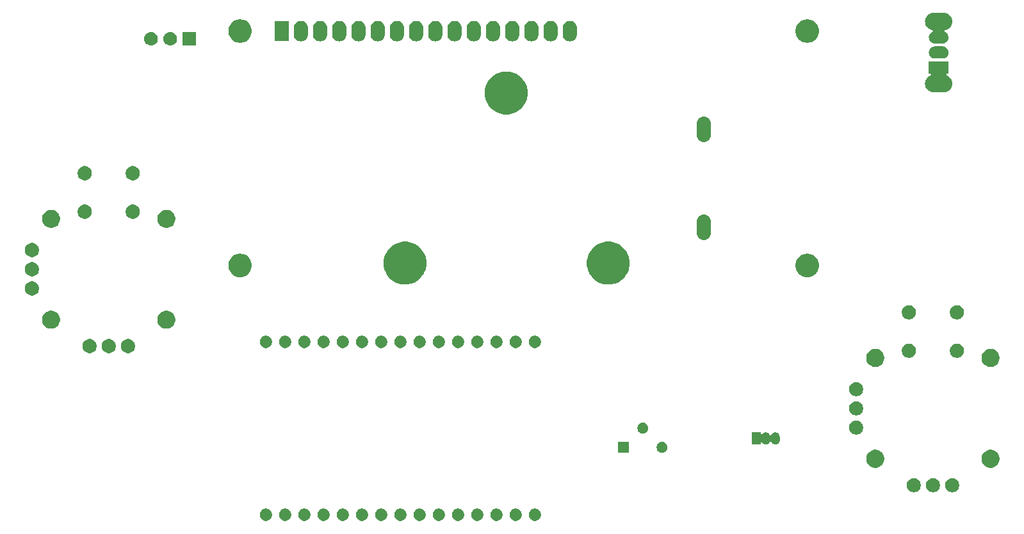
<source format=gbr>
G04 #@! TF.GenerationSoftware,KiCad,Pcbnew,(5.1.4)-1*
G04 #@! TF.CreationDate,2019-12-11T13:43:38-06:00*
G04 #@! TF.ProjectId,Rover_Controller,526f7665-725f-4436-9f6e-74726f6c6c65,rev?*
G04 #@! TF.SameCoordinates,Original*
G04 #@! TF.FileFunction,Soldermask,Bot*
G04 #@! TF.FilePolarity,Negative*
%FSLAX46Y46*%
G04 Gerber Fmt 4.6, Leading zero omitted, Abs format (unit mm)*
G04 Created by KiCad (PCBNEW (5.1.4)-1) date 2019-12-11 13:43:38*
%MOMM*%
%LPD*%
G04 APERTURE LIST*
%ADD10C,0.100000*%
G04 APERTURE END LIST*
D10*
G36*
X111184342Y-119055442D02*
G01*
X111332301Y-119116729D01*
X111465455Y-119205699D01*
X111578701Y-119318945D01*
X111667671Y-119452099D01*
X111728958Y-119600058D01*
X111760200Y-119757125D01*
X111760200Y-119917275D01*
X111728958Y-120074342D01*
X111667671Y-120222301D01*
X111578701Y-120355455D01*
X111465455Y-120468701D01*
X111332301Y-120557671D01*
X111184342Y-120618958D01*
X111027275Y-120650200D01*
X110867125Y-120650200D01*
X110710058Y-120618958D01*
X110562099Y-120557671D01*
X110428945Y-120468701D01*
X110315699Y-120355455D01*
X110226729Y-120222301D01*
X110165442Y-120074342D01*
X110134200Y-119917275D01*
X110134200Y-119757125D01*
X110165442Y-119600058D01*
X110226729Y-119452099D01*
X110315699Y-119318945D01*
X110428945Y-119205699D01*
X110562099Y-119116729D01*
X110710058Y-119055442D01*
X110867125Y-119024200D01*
X111027275Y-119024200D01*
X111184342Y-119055442D01*
X111184342Y-119055442D01*
G37*
G36*
X146744342Y-119055442D02*
G01*
X146892301Y-119116729D01*
X147025455Y-119205699D01*
X147138701Y-119318945D01*
X147227671Y-119452099D01*
X147288958Y-119600058D01*
X147320200Y-119757125D01*
X147320200Y-119917275D01*
X147288958Y-120074342D01*
X147227671Y-120222301D01*
X147138701Y-120355455D01*
X147025455Y-120468701D01*
X146892301Y-120557671D01*
X146744342Y-120618958D01*
X146587275Y-120650200D01*
X146427125Y-120650200D01*
X146270058Y-120618958D01*
X146122099Y-120557671D01*
X145988945Y-120468701D01*
X145875699Y-120355455D01*
X145786729Y-120222301D01*
X145725442Y-120074342D01*
X145694200Y-119917275D01*
X145694200Y-119757125D01*
X145725442Y-119600058D01*
X145786729Y-119452099D01*
X145875699Y-119318945D01*
X145988945Y-119205699D01*
X146122099Y-119116729D01*
X146270058Y-119055442D01*
X146427125Y-119024200D01*
X146587275Y-119024200D01*
X146744342Y-119055442D01*
X146744342Y-119055442D01*
G37*
G36*
X131504342Y-119055442D02*
G01*
X131652301Y-119116729D01*
X131785455Y-119205699D01*
X131898701Y-119318945D01*
X131987671Y-119452099D01*
X132048958Y-119600058D01*
X132080200Y-119757125D01*
X132080200Y-119917275D01*
X132048958Y-120074342D01*
X131987671Y-120222301D01*
X131898701Y-120355455D01*
X131785455Y-120468701D01*
X131652301Y-120557671D01*
X131504342Y-120618958D01*
X131347275Y-120650200D01*
X131187125Y-120650200D01*
X131030058Y-120618958D01*
X130882099Y-120557671D01*
X130748945Y-120468701D01*
X130635699Y-120355455D01*
X130546729Y-120222301D01*
X130485442Y-120074342D01*
X130454200Y-119917275D01*
X130454200Y-119757125D01*
X130485442Y-119600058D01*
X130546729Y-119452099D01*
X130635699Y-119318945D01*
X130748945Y-119205699D01*
X130882099Y-119116729D01*
X131030058Y-119055442D01*
X131187125Y-119024200D01*
X131347275Y-119024200D01*
X131504342Y-119055442D01*
X131504342Y-119055442D01*
G37*
G36*
X134044342Y-119055442D02*
G01*
X134192301Y-119116729D01*
X134325455Y-119205699D01*
X134438701Y-119318945D01*
X134527671Y-119452099D01*
X134588958Y-119600058D01*
X134620200Y-119757125D01*
X134620200Y-119917275D01*
X134588958Y-120074342D01*
X134527671Y-120222301D01*
X134438701Y-120355455D01*
X134325455Y-120468701D01*
X134192301Y-120557671D01*
X134044342Y-120618958D01*
X133887275Y-120650200D01*
X133727125Y-120650200D01*
X133570058Y-120618958D01*
X133422099Y-120557671D01*
X133288945Y-120468701D01*
X133175699Y-120355455D01*
X133086729Y-120222301D01*
X133025442Y-120074342D01*
X132994200Y-119917275D01*
X132994200Y-119757125D01*
X133025442Y-119600058D01*
X133086729Y-119452099D01*
X133175699Y-119318945D01*
X133288945Y-119205699D01*
X133422099Y-119116729D01*
X133570058Y-119055442D01*
X133727125Y-119024200D01*
X133887275Y-119024200D01*
X134044342Y-119055442D01*
X134044342Y-119055442D01*
G37*
G36*
X136584342Y-119055442D02*
G01*
X136732301Y-119116729D01*
X136865455Y-119205699D01*
X136978701Y-119318945D01*
X137067671Y-119452099D01*
X137128958Y-119600058D01*
X137160200Y-119757125D01*
X137160200Y-119917275D01*
X137128958Y-120074342D01*
X137067671Y-120222301D01*
X136978701Y-120355455D01*
X136865455Y-120468701D01*
X136732301Y-120557671D01*
X136584342Y-120618958D01*
X136427275Y-120650200D01*
X136267125Y-120650200D01*
X136110058Y-120618958D01*
X135962099Y-120557671D01*
X135828945Y-120468701D01*
X135715699Y-120355455D01*
X135626729Y-120222301D01*
X135565442Y-120074342D01*
X135534200Y-119917275D01*
X135534200Y-119757125D01*
X135565442Y-119600058D01*
X135626729Y-119452099D01*
X135715699Y-119318945D01*
X135828945Y-119205699D01*
X135962099Y-119116729D01*
X136110058Y-119055442D01*
X136267125Y-119024200D01*
X136427275Y-119024200D01*
X136584342Y-119055442D01*
X136584342Y-119055442D01*
G37*
G36*
X139124342Y-119055442D02*
G01*
X139272301Y-119116729D01*
X139405455Y-119205699D01*
X139518701Y-119318945D01*
X139607671Y-119452099D01*
X139668958Y-119600058D01*
X139700200Y-119757125D01*
X139700200Y-119917275D01*
X139668958Y-120074342D01*
X139607671Y-120222301D01*
X139518701Y-120355455D01*
X139405455Y-120468701D01*
X139272301Y-120557671D01*
X139124342Y-120618958D01*
X138967275Y-120650200D01*
X138807125Y-120650200D01*
X138650058Y-120618958D01*
X138502099Y-120557671D01*
X138368945Y-120468701D01*
X138255699Y-120355455D01*
X138166729Y-120222301D01*
X138105442Y-120074342D01*
X138074200Y-119917275D01*
X138074200Y-119757125D01*
X138105442Y-119600058D01*
X138166729Y-119452099D01*
X138255699Y-119318945D01*
X138368945Y-119205699D01*
X138502099Y-119116729D01*
X138650058Y-119055442D01*
X138807125Y-119024200D01*
X138967275Y-119024200D01*
X139124342Y-119055442D01*
X139124342Y-119055442D01*
G37*
G36*
X141664342Y-119055442D02*
G01*
X141812301Y-119116729D01*
X141945455Y-119205699D01*
X142058701Y-119318945D01*
X142147671Y-119452099D01*
X142208958Y-119600058D01*
X142240200Y-119757125D01*
X142240200Y-119917275D01*
X142208958Y-120074342D01*
X142147671Y-120222301D01*
X142058701Y-120355455D01*
X141945455Y-120468701D01*
X141812301Y-120557671D01*
X141664342Y-120618958D01*
X141507275Y-120650200D01*
X141347125Y-120650200D01*
X141190058Y-120618958D01*
X141042099Y-120557671D01*
X140908945Y-120468701D01*
X140795699Y-120355455D01*
X140706729Y-120222301D01*
X140645442Y-120074342D01*
X140614200Y-119917275D01*
X140614200Y-119757125D01*
X140645442Y-119600058D01*
X140706729Y-119452099D01*
X140795699Y-119318945D01*
X140908945Y-119205699D01*
X141042099Y-119116729D01*
X141190058Y-119055442D01*
X141347125Y-119024200D01*
X141507275Y-119024200D01*
X141664342Y-119055442D01*
X141664342Y-119055442D01*
G37*
G36*
X144204342Y-119055442D02*
G01*
X144352301Y-119116729D01*
X144485455Y-119205699D01*
X144598701Y-119318945D01*
X144687671Y-119452099D01*
X144748958Y-119600058D01*
X144780200Y-119757125D01*
X144780200Y-119917275D01*
X144748958Y-120074342D01*
X144687671Y-120222301D01*
X144598701Y-120355455D01*
X144485455Y-120468701D01*
X144352301Y-120557671D01*
X144204342Y-120618958D01*
X144047275Y-120650200D01*
X143887125Y-120650200D01*
X143730058Y-120618958D01*
X143582099Y-120557671D01*
X143448945Y-120468701D01*
X143335699Y-120355455D01*
X143246729Y-120222301D01*
X143185442Y-120074342D01*
X143154200Y-119917275D01*
X143154200Y-119757125D01*
X143185442Y-119600058D01*
X143246729Y-119452099D01*
X143335699Y-119318945D01*
X143448945Y-119205699D01*
X143582099Y-119116729D01*
X143730058Y-119055442D01*
X143887125Y-119024200D01*
X144047275Y-119024200D01*
X144204342Y-119055442D01*
X144204342Y-119055442D01*
G37*
G36*
X126424342Y-119055442D02*
G01*
X126572301Y-119116729D01*
X126705455Y-119205699D01*
X126818701Y-119318945D01*
X126907671Y-119452099D01*
X126968958Y-119600058D01*
X127000200Y-119757125D01*
X127000200Y-119917275D01*
X126968958Y-120074342D01*
X126907671Y-120222301D01*
X126818701Y-120355455D01*
X126705455Y-120468701D01*
X126572301Y-120557671D01*
X126424342Y-120618958D01*
X126267275Y-120650200D01*
X126107125Y-120650200D01*
X125950058Y-120618958D01*
X125802099Y-120557671D01*
X125668945Y-120468701D01*
X125555699Y-120355455D01*
X125466729Y-120222301D01*
X125405442Y-120074342D01*
X125374200Y-119917275D01*
X125374200Y-119757125D01*
X125405442Y-119600058D01*
X125466729Y-119452099D01*
X125555699Y-119318945D01*
X125668945Y-119205699D01*
X125802099Y-119116729D01*
X125950058Y-119055442D01*
X126107125Y-119024200D01*
X126267275Y-119024200D01*
X126424342Y-119055442D01*
X126424342Y-119055442D01*
G37*
G36*
X123884342Y-119055442D02*
G01*
X124032301Y-119116729D01*
X124165455Y-119205699D01*
X124278701Y-119318945D01*
X124367671Y-119452099D01*
X124428958Y-119600058D01*
X124460200Y-119757125D01*
X124460200Y-119917275D01*
X124428958Y-120074342D01*
X124367671Y-120222301D01*
X124278701Y-120355455D01*
X124165455Y-120468701D01*
X124032301Y-120557671D01*
X123884342Y-120618958D01*
X123727275Y-120650200D01*
X123567125Y-120650200D01*
X123410058Y-120618958D01*
X123262099Y-120557671D01*
X123128945Y-120468701D01*
X123015699Y-120355455D01*
X122926729Y-120222301D01*
X122865442Y-120074342D01*
X122834200Y-119917275D01*
X122834200Y-119757125D01*
X122865442Y-119600058D01*
X122926729Y-119452099D01*
X123015699Y-119318945D01*
X123128945Y-119205699D01*
X123262099Y-119116729D01*
X123410058Y-119055442D01*
X123567125Y-119024200D01*
X123727275Y-119024200D01*
X123884342Y-119055442D01*
X123884342Y-119055442D01*
G37*
G36*
X121344342Y-119055442D02*
G01*
X121492301Y-119116729D01*
X121625455Y-119205699D01*
X121738701Y-119318945D01*
X121827671Y-119452099D01*
X121888958Y-119600058D01*
X121920200Y-119757125D01*
X121920200Y-119917275D01*
X121888958Y-120074342D01*
X121827671Y-120222301D01*
X121738701Y-120355455D01*
X121625455Y-120468701D01*
X121492301Y-120557671D01*
X121344342Y-120618958D01*
X121187275Y-120650200D01*
X121027125Y-120650200D01*
X120870058Y-120618958D01*
X120722099Y-120557671D01*
X120588945Y-120468701D01*
X120475699Y-120355455D01*
X120386729Y-120222301D01*
X120325442Y-120074342D01*
X120294200Y-119917275D01*
X120294200Y-119757125D01*
X120325442Y-119600058D01*
X120386729Y-119452099D01*
X120475699Y-119318945D01*
X120588945Y-119205699D01*
X120722099Y-119116729D01*
X120870058Y-119055442D01*
X121027125Y-119024200D01*
X121187275Y-119024200D01*
X121344342Y-119055442D01*
X121344342Y-119055442D01*
G37*
G36*
X118804342Y-119055442D02*
G01*
X118952301Y-119116729D01*
X119085455Y-119205699D01*
X119198701Y-119318945D01*
X119287671Y-119452099D01*
X119348958Y-119600058D01*
X119380200Y-119757125D01*
X119380200Y-119917275D01*
X119348958Y-120074342D01*
X119287671Y-120222301D01*
X119198701Y-120355455D01*
X119085455Y-120468701D01*
X118952301Y-120557671D01*
X118804342Y-120618958D01*
X118647275Y-120650200D01*
X118487125Y-120650200D01*
X118330058Y-120618958D01*
X118182099Y-120557671D01*
X118048945Y-120468701D01*
X117935699Y-120355455D01*
X117846729Y-120222301D01*
X117785442Y-120074342D01*
X117754200Y-119917275D01*
X117754200Y-119757125D01*
X117785442Y-119600058D01*
X117846729Y-119452099D01*
X117935699Y-119318945D01*
X118048945Y-119205699D01*
X118182099Y-119116729D01*
X118330058Y-119055442D01*
X118487125Y-119024200D01*
X118647275Y-119024200D01*
X118804342Y-119055442D01*
X118804342Y-119055442D01*
G37*
G36*
X116264342Y-119055442D02*
G01*
X116412301Y-119116729D01*
X116545455Y-119205699D01*
X116658701Y-119318945D01*
X116747671Y-119452099D01*
X116808958Y-119600058D01*
X116840200Y-119757125D01*
X116840200Y-119917275D01*
X116808958Y-120074342D01*
X116747671Y-120222301D01*
X116658701Y-120355455D01*
X116545455Y-120468701D01*
X116412301Y-120557671D01*
X116264342Y-120618958D01*
X116107275Y-120650200D01*
X115947125Y-120650200D01*
X115790058Y-120618958D01*
X115642099Y-120557671D01*
X115508945Y-120468701D01*
X115395699Y-120355455D01*
X115306729Y-120222301D01*
X115245442Y-120074342D01*
X115214200Y-119917275D01*
X115214200Y-119757125D01*
X115245442Y-119600058D01*
X115306729Y-119452099D01*
X115395699Y-119318945D01*
X115508945Y-119205699D01*
X115642099Y-119116729D01*
X115790058Y-119055442D01*
X115947125Y-119024200D01*
X116107275Y-119024200D01*
X116264342Y-119055442D01*
X116264342Y-119055442D01*
G37*
G36*
X113724342Y-119055442D02*
G01*
X113872301Y-119116729D01*
X114005455Y-119205699D01*
X114118701Y-119318945D01*
X114207671Y-119452099D01*
X114268958Y-119600058D01*
X114300200Y-119757125D01*
X114300200Y-119917275D01*
X114268958Y-120074342D01*
X114207671Y-120222301D01*
X114118701Y-120355455D01*
X114005455Y-120468701D01*
X113872301Y-120557671D01*
X113724342Y-120618958D01*
X113567275Y-120650200D01*
X113407125Y-120650200D01*
X113250058Y-120618958D01*
X113102099Y-120557671D01*
X112968945Y-120468701D01*
X112855699Y-120355455D01*
X112766729Y-120222301D01*
X112705442Y-120074342D01*
X112674200Y-119917275D01*
X112674200Y-119757125D01*
X112705442Y-119600058D01*
X112766729Y-119452099D01*
X112855699Y-119318945D01*
X112968945Y-119205699D01*
X113102099Y-119116729D01*
X113250058Y-119055442D01*
X113407125Y-119024200D01*
X113567275Y-119024200D01*
X113724342Y-119055442D01*
X113724342Y-119055442D01*
G37*
G36*
X128964342Y-119055442D02*
G01*
X129112301Y-119116729D01*
X129245455Y-119205699D01*
X129358701Y-119318945D01*
X129447671Y-119452099D01*
X129508958Y-119600058D01*
X129540200Y-119757125D01*
X129540200Y-119917275D01*
X129508958Y-120074342D01*
X129447671Y-120222301D01*
X129358701Y-120355455D01*
X129245455Y-120468701D01*
X129112301Y-120557671D01*
X128964342Y-120618958D01*
X128807275Y-120650200D01*
X128647125Y-120650200D01*
X128490058Y-120618958D01*
X128342099Y-120557671D01*
X128208945Y-120468701D01*
X128095699Y-120355455D01*
X128006729Y-120222301D01*
X127945442Y-120074342D01*
X127914200Y-119917275D01*
X127914200Y-119757125D01*
X127945442Y-119600058D01*
X128006729Y-119452099D01*
X128095699Y-119318945D01*
X128208945Y-119205699D01*
X128342099Y-119116729D01*
X128490058Y-119055442D01*
X128647125Y-119024200D01*
X128807275Y-119024200D01*
X128964342Y-119055442D01*
X128964342Y-119055442D01*
G37*
G36*
X201950187Y-115021723D02*
G01*
X202121255Y-115092582D01*
X202121257Y-115092583D01*
X202198758Y-115144368D01*
X202275214Y-115195454D01*
X202406146Y-115326386D01*
X202509018Y-115480345D01*
X202579877Y-115651413D01*
X202616000Y-115833017D01*
X202616000Y-116018183D01*
X202579877Y-116199787D01*
X202509018Y-116370855D01*
X202509017Y-116370857D01*
X202406145Y-116524815D01*
X202275215Y-116655745D01*
X202121257Y-116758617D01*
X202121256Y-116758618D01*
X202121255Y-116758618D01*
X201950187Y-116829477D01*
X201768583Y-116865600D01*
X201583417Y-116865600D01*
X201401813Y-116829477D01*
X201230745Y-116758618D01*
X201230744Y-116758618D01*
X201230743Y-116758617D01*
X201076785Y-116655745D01*
X200945855Y-116524815D01*
X200842983Y-116370857D01*
X200842982Y-116370855D01*
X200772123Y-116199787D01*
X200736000Y-116018183D01*
X200736000Y-115833017D01*
X200772123Y-115651413D01*
X200842982Y-115480345D01*
X200945854Y-115326386D01*
X201076786Y-115195454D01*
X201153242Y-115144368D01*
X201230743Y-115092583D01*
X201230745Y-115092582D01*
X201401813Y-115021723D01*
X201583417Y-114985600D01*
X201768583Y-114985600D01*
X201950187Y-115021723D01*
X201950187Y-115021723D01*
G37*
G36*
X199410187Y-115021723D02*
G01*
X199581255Y-115092582D01*
X199581257Y-115092583D01*
X199658758Y-115144368D01*
X199735214Y-115195454D01*
X199866146Y-115326386D01*
X199969018Y-115480345D01*
X200039877Y-115651413D01*
X200076000Y-115833017D01*
X200076000Y-116018183D01*
X200039877Y-116199787D01*
X199969018Y-116370855D01*
X199969017Y-116370857D01*
X199866145Y-116524815D01*
X199735215Y-116655745D01*
X199581257Y-116758617D01*
X199581256Y-116758618D01*
X199581255Y-116758618D01*
X199410187Y-116829477D01*
X199228583Y-116865600D01*
X199043417Y-116865600D01*
X198861813Y-116829477D01*
X198690745Y-116758618D01*
X198690744Y-116758618D01*
X198690743Y-116758617D01*
X198536785Y-116655745D01*
X198405855Y-116524815D01*
X198302983Y-116370857D01*
X198302982Y-116370855D01*
X198232123Y-116199787D01*
X198196000Y-116018183D01*
X198196000Y-115833017D01*
X198232123Y-115651413D01*
X198302982Y-115480345D01*
X198405854Y-115326386D01*
X198536786Y-115195454D01*
X198613242Y-115144368D01*
X198690743Y-115092583D01*
X198690745Y-115092582D01*
X198861813Y-115021723D01*
X199043417Y-114985600D01*
X199228583Y-114985600D01*
X199410187Y-115021723D01*
X199410187Y-115021723D01*
G37*
G36*
X196870187Y-115021723D02*
G01*
X197041255Y-115092582D01*
X197041257Y-115092583D01*
X197118758Y-115144368D01*
X197195214Y-115195454D01*
X197326146Y-115326386D01*
X197429018Y-115480345D01*
X197499877Y-115651413D01*
X197536000Y-115833017D01*
X197536000Y-116018183D01*
X197499877Y-116199787D01*
X197429018Y-116370855D01*
X197429017Y-116370857D01*
X197326145Y-116524815D01*
X197195215Y-116655745D01*
X197041257Y-116758617D01*
X197041256Y-116758618D01*
X197041255Y-116758618D01*
X196870187Y-116829477D01*
X196688583Y-116865600D01*
X196503417Y-116865600D01*
X196321813Y-116829477D01*
X196150745Y-116758618D01*
X196150744Y-116758618D01*
X196150743Y-116758617D01*
X195996785Y-116655745D01*
X195865855Y-116524815D01*
X195762983Y-116370857D01*
X195762982Y-116370855D01*
X195692123Y-116199787D01*
X195656000Y-116018183D01*
X195656000Y-115833017D01*
X195692123Y-115651413D01*
X195762982Y-115480345D01*
X195865854Y-115326386D01*
X195996786Y-115195454D01*
X196073242Y-115144368D01*
X196150743Y-115092583D01*
X196150745Y-115092582D01*
X196321813Y-115021723D01*
X196503417Y-114985600D01*
X196688583Y-114985600D01*
X196870187Y-115021723D01*
X196870187Y-115021723D01*
G37*
G36*
X191864276Y-111284984D02*
G01*
X192081569Y-111374990D01*
X192081571Y-111374991D01*
X192094136Y-111383387D01*
X192277130Y-111505660D01*
X192443440Y-111671970D01*
X192574110Y-111867531D01*
X192664116Y-112084824D01*
X192710000Y-112315500D01*
X192710000Y-112550700D01*
X192664116Y-112781376D01*
X192574110Y-112998669D01*
X192574109Y-112998671D01*
X192443440Y-113194230D01*
X192277130Y-113360540D01*
X192081571Y-113491209D01*
X192081570Y-113491210D01*
X192081569Y-113491210D01*
X191864276Y-113581216D01*
X191633600Y-113627100D01*
X191398400Y-113627100D01*
X191167724Y-113581216D01*
X190950431Y-113491210D01*
X190950430Y-113491210D01*
X190950429Y-113491209D01*
X190754870Y-113360540D01*
X190588560Y-113194230D01*
X190457891Y-112998671D01*
X190457890Y-112998669D01*
X190367884Y-112781376D01*
X190322000Y-112550700D01*
X190322000Y-112315500D01*
X190367884Y-112084824D01*
X190457890Y-111867531D01*
X190588560Y-111671970D01*
X190754870Y-111505660D01*
X190937864Y-111383387D01*
X190950429Y-111374991D01*
X190950431Y-111374990D01*
X191167724Y-111284984D01*
X191398400Y-111239100D01*
X191633600Y-111239100D01*
X191864276Y-111284984D01*
X191864276Y-111284984D01*
G37*
G36*
X207104276Y-111284984D02*
G01*
X207321569Y-111374990D01*
X207321571Y-111374991D01*
X207334136Y-111383387D01*
X207517130Y-111505660D01*
X207683440Y-111671970D01*
X207814110Y-111867531D01*
X207904116Y-112084824D01*
X207950000Y-112315500D01*
X207950000Y-112550700D01*
X207904116Y-112781376D01*
X207814110Y-112998669D01*
X207814109Y-112998671D01*
X207683440Y-113194230D01*
X207517130Y-113360540D01*
X207321571Y-113491209D01*
X207321570Y-113491210D01*
X207321569Y-113491210D01*
X207104276Y-113581216D01*
X206873600Y-113627100D01*
X206638400Y-113627100D01*
X206407724Y-113581216D01*
X206190431Y-113491210D01*
X206190430Y-113491210D01*
X206190429Y-113491209D01*
X205994870Y-113360540D01*
X205828560Y-113194230D01*
X205697891Y-112998671D01*
X205697890Y-112998669D01*
X205607884Y-112781376D01*
X205562000Y-112550700D01*
X205562000Y-112315500D01*
X205607884Y-112084824D01*
X205697890Y-111867531D01*
X205828560Y-111671970D01*
X205994870Y-111505660D01*
X206177864Y-111383387D01*
X206190429Y-111374991D01*
X206190431Y-111374990D01*
X206407724Y-111284984D01*
X206638400Y-111239100D01*
X206873600Y-111239100D01*
X207104276Y-111284984D01*
X207104276Y-111284984D01*
G37*
G36*
X158966100Y-111645900D02*
G01*
X157517900Y-111645900D01*
X157517900Y-110197700D01*
X158966100Y-110197700D01*
X158966100Y-111645900D01*
X158966100Y-111645900D01*
G37*
G36*
X163533212Y-110225526D02*
G01*
X163664990Y-110280111D01*
X163783587Y-110359355D01*
X163884445Y-110460213D01*
X163963689Y-110578810D01*
X164018274Y-110710588D01*
X164046100Y-110850482D01*
X164046100Y-110993118D01*
X164018274Y-111133012D01*
X163963689Y-111264790D01*
X163884445Y-111383387D01*
X163783587Y-111484245D01*
X163664990Y-111563489D01*
X163533212Y-111618074D01*
X163393318Y-111645900D01*
X163250682Y-111645900D01*
X163110788Y-111618074D01*
X162979010Y-111563489D01*
X162860413Y-111484245D01*
X162759555Y-111383387D01*
X162680311Y-111264790D01*
X162625726Y-111133012D01*
X162597900Y-110993118D01*
X162597900Y-110850482D01*
X162625726Y-110710588D01*
X162680311Y-110578810D01*
X162759555Y-110460213D01*
X162860413Y-110359355D01*
X162979010Y-110280111D01*
X163110788Y-110225526D01*
X163250682Y-110197700D01*
X163393318Y-110197700D01*
X163533212Y-110225526D01*
X163533212Y-110225526D01*
G37*
G36*
X178420915Y-108935334D02*
G01*
X178529491Y-108968271D01*
X178529494Y-108968272D01*
X178565600Y-108987571D01*
X178629556Y-109021756D01*
X178717264Y-109093736D01*
X178789244Y-109181443D01*
X178823429Y-109245399D01*
X178842728Y-109281505D01*
X178842729Y-109281508D01*
X178875666Y-109390084D01*
X178884000Y-109474702D01*
X178884000Y-109981297D01*
X178875666Y-110065916D01*
X178843252Y-110172767D01*
X178842728Y-110174495D01*
X178832761Y-110193141D01*
X178789244Y-110274557D01*
X178717264Y-110362264D01*
X178629557Y-110434244D01*
X178580966Y-110460216D01*
X178529495Y-110487728D01*
X178529492Y-110487729D01*
X178420916Y-110520666D01*
X178308000Y-110531787D01*
X178195085Y-110520666D01*
X178086509Y-110487729D01*
X178086506Y-110487728D01*
X178035035Y-110460216D01*
X177986444Y-110434244D01*
X177898737Y-110362264D01*
X177826757Y-110274557D01*
X177783239Y-110193141D01*
X177769625Y-110172766D01*
X177752298Y-110155439D01*
X177731924Y-110141826D01*
X177709285Y-110132448D01*
X177685252Y-110127668D01*
X177660748Y-110127668D01*
X177636715Y-110132448D01*
X177614076Y-110141826D01*
X177593701Y-110155440D01*
X177576374Y-110172767D01*
X177562761Y-110193141D01*
X177519244Y-110274557D01*
X177447264Y-110362264D01*
X177359557Y-110434244D01*
X177310966Y-110460216D01*
X177259495Y-110487728D01*
X177259492Y-110487729D01*
X177150916Y-110520666D01*
X177038000Y-110531787D01*
X176925085Y-110520666D01*
X176816509Y-110487729D01*
X176816506Y-110487728D01*
X176765035Y-110460216D01*
X176716444Y-110434244D01*
X176628737Y-110362264D01*
X176565622Y-110285359D01*
X176548297Y-110268034D01*
X176527923Y-110254420D01*
X176505284Y-110245043D01*
X176481250Y-110240263D01*
X176456746Y-110240263D01*
X176432713Y-110245044D01*
X176410074Y-110254421D01*
X176389700Y-110268035D01*
X176372373Y-110285362D01*
X176358759Y-110305736D01*
X176349382Y-110328375D01*
X176344000Y-110364660D01*
X176344000Y-110529000D01*
X175192000Y-110529000D01*
X175192000Y-108927000D01*
X176344000Y-108927000D01*
X176344000Y-109091341D01*
X176346402Y-109115727D01*
X176353515Y-109139176D01*
X176365066Y-109160787D01*
X176380611Y-109179729D01*
X176399553Y-109195274D01*
X176421164Y-109206825D01*
X176444613Y-109213938D01*
X176468999Y-109216340D01*
X176493385Y-109213938D01*
X176516834Y-109206825D01*
X176538445Y-109195274D01*
X176557387Y-109179729D01*
X176565608Y-109170657D01*
X176628736Y-109093736D01*
X176716443Y-109021756D01*
X176780399Y-108987571D01*
X176816505Y-108968272D01*
X176816508Y-108968271D01*
X176925084Y-108935334D01*
X177038000Y-108924213D01*
X177150915Y-108935334D01*
X177259491Y-108968271D01*
X177259494Y-108968272D01*
X177295600Y-108987571D01*
X177359556Y-109021756D01*
X177447264Y-109093736D01*
X177519244Y-109181443D01*
X177553536Y-109245600D01*
X177562761Y-109262859D01*
X177576375Y-109283234D01*
X177593702Y-109300561D01*
X177614076Y-109314174D01*
X177636715Y-109323552D01*
X177660748Y-109328332D01*
X177685252Y-109328332D01*
X177709285Y-109323552D01*
X177731924Y-109314174D01*
X177752299Y-109300560D01*
X177769626Y-109283233D01*
X177783239Y-109262860D01*
X177826756Y-109181444D01*
X177898736Y-109093736D01*
X177986443Y-109021756D01*
X178050399Y-108987571D01*
X178086505Y-108968272D01*
X178086508Y-108968271D01*
X178195084Y-108935334D01*
X178308000Y-108924213D01*
X178420915Y-108935334D01*
X178420915Y-108935334D01*
G37*
G36*
X189250187Y-107401723D02*
G01*
X189421255Y-107472582D01*
X189421257Y-107472583D01*
X189575215Y-107575455D01*
X189706145Y-107706385D01*
X189781630Y-107819355D01*
X189809018Y-107860345D01*
X189879877Y-108031413D01*
X189916000Y-108213017D01*
X189916000Y-108398183D01*
X189879877Y-108579787D01*
X189819814Y-108724791D01*
X189809017Y-108750857D01*
X189706145Y-108904815D01*
X189575215Y-109035745D01*
X189421257Y-109138617D01*
X189421256Y-109138618D01*
X189421255Y-109138618D01*
X189250187Y-109209477D01*
X189068583Y-109245600D01*
X188883417Y-109245600D01*
X188701813Y-109209477D01*
X188530745Y-109138618D01*
X188530744Y-109138618D01*
X188530743Y-109138617D01*
X188376785Y-109035745D01*
X188245855Y-108904815D01*
X188142983Y-108750857D01*
X188132186Y-108724791D01*
X188072123Y-108579787D01*
X188036000Y-108398183D01*
X188036000Y-108213017D01*
X188072123Y-108031413D01*
X188142982Y-107860345D01*
X188170371Y-107819355D01*
X188245855Y-107706385D01*
X188376785Y-107575455D01*
X188530743Y-107472583D01*
X188530745Y-107472582D01*
X188701813Y-107401723D01*
X188883417Y-107365600D01*
X189068583Y-107365600D01*
X189250187Y-107401723D01*
X189250187Y-107401723D01*
G37*
G36*
X160993212Y-107685526D02*
G01*
X161124990Y-107740111D01*
X161243587Y-107819355D01*
X161344445Y-107920213D01*
X161423689Y-108038810D01*
X161478274Y-108170588D01*
X161506100Y-108310482D01*
X161506100Y-108453118D01*
X161478274Y-108593012D01*
X161423689Y-108724790D01*
X161344445Y-108843387D01*
X161243587Y-108944245D01*
X161124990Y-109023489D01*
X160993212Y-109078074D01*
X160853318Y-109105900D01*
X160710682Y-109105900D01*
X160570788Y-109078074D01*
X160439010Y-109023489D01*
X160320413Y-108944245D01*
X160219555Y-108843387D01*
X160140311Y-108724790D01*
X160085726Y-108593012D01*
X160057900Y-108453118D01*
X160057900Y-108310482D01*
X160085726Y-108170588D01*
X160140311Y-108038810D01*
X160219555Y-107920213D01*
X160320413Y-107819355D01*
X160439010Y-107740111D01*
X160570788Y-107685526D01*
X160710682Y-107657700D01*
X160853318Y-107657700D01*
X160993212Y-107685526D01*
X160993212Y-107685526D01*
G37*
G36*
X189250187Y-104861723D02*
G01*
X189421255Y-104932582D01*
X189421257Y-104932583D01*
X189498758Y-104984368D01*
X189575214Y-105035454D01*
X189706146Y-105166386D01*
X189809018Y-105320345D01*
X189879877Y-105491413D01*
X189916000Y-105673017D01*
X189916000Y-105858183D01*
X189879877Y-106039787D01*
X189809018Y-106210855D01*
X189809017Y-106210857D01*
X189706145Y-106364815D01*
X189575215Y-106495745D01*
X189421257Y-106598617D01*
X189421256Y-106598618D01*
X189421255Y-106598618D01*
X189250187Y-106669477D01*
X189068583Y-106705600D01*
X188883417Y-106705600D01*
X188701813Y-106669477D01*
X188530745Y-106598618D01*
X188530744Y-106598618D01*
X188530743Y-106598617D01*
X188376785Y-106495745D01*
X188245855Y-106364815D01*
X188142983Y-106210857D01*
X188142982Y-106210855D01*
X188072123Y-106039787D01*
X188036000Y-105858183D01*
X188036000Y-105673017D01*
X188072123Y-105491413D01*
X188142982Y-105320345D01*
X188245854Y-105166386D01*
X188376786Y-105035454D01*
X188453242Y-104984368D01*
X188530743Y-104932583D01*
X188530745Y-104932582D01*
X188701813Y-104861723D01*
X188883417Y-104825600D01*
X189068583Y-104825600D01*
X189250187Y-104861723D01*
X189250187Y-104861723D01*
G37*
G36*
X189250187Y-102321723D02*
G01*
X189421255Y-102392582D01*
X189421257Y-102392583D01*
X189498758Y-102444368D01*
X189575214Y-102495454D01*
X189706146Y-102626386D01*
X189809018Y-102780345D01*
X189879877Y-102951413D01*
X189916000Y-103133017D01*
X189916000Y-103318183D01*
X189879877Y-103499787D01*
X189809018Y-103670855D01*
X189809017Y-103670857D01*
X189706145Y-103824815D01*
X189575215Y-103955745D01*
X189421257Y-104058617D01*
X189421256Y-104058618D01*
X189421255Y-104058618D01*
X189250187Y-104129477D01*
X189068583Y-104165600D01*
X188883417Y-104165600D01*
X188701813Y-104129477D01*
X188530745Y-104058618D01*
X188530744Y-104058618D01*
X188530743Y-104058617D01*
X188376785Y-103955745D01*
X188245855Y-103824815D01*
X188142983Y-103670857D01*
X188142982Y-103670855D01*
X188072123Y-103499787D01*
X188036000Y-103318183D01*
X188036000Y-103133017D01*
X188072123Y-102951413D01*
X188142982Y-102780345D01*
X188245854Y-102626386D01*
X188376786Y-102495454D01*
X188453242Y-102444368D01*
X188530743Y-102392583D01*
X188530745Y-102392582D01*
X188701813Y-102321723D01*
X188883417Y-102285600D01*
X189068583Y-102285600D01*
X189250187Y-102321723D01*
X189250187Y-102321723D01*
G37*
G36*
X207104276Y-97949984D02*
G01*
X207321569Y-98039990D01*
X207321571Y-98039991D01*
X207517130Y-98170660D01*
X207683440Y-98336970D01*
X207752201Y-98439877D01*
X207814110Y-98532531D01*
X207904116Y-98749824D01*
X207950000Y-98980500D01*
X207950000Y-99215700D01*
X207904116Y-99446376D01*
X207814110Y-99663669D01*
X207814109Y-99663671D01*
X207683440Y-99859230D01*
X207517130Y-100025540D01*
X207321571Y-100156209D01*
X207321570Y-100156210D01*
X207321569Y-100156210D01*
X207104276Y-100246216D01*
X206873600Y-100292100D01*
X206638400Y-100292100D01*
X206407724Y-100246216D01*
X206190431Y-100156210D01*
X206190430Y-100156210D01*
X206190429Y-100156209D01*
X205994870Y-100025540D01*
X205828560Y-99859230D01*
X205697891Y-99663671D01*
X205697890Y-99663669D01*
X205607884Y-99446376D01*
X205562000Y-99215700D01*
X205562000Y-98980500D01*
X205607884Y-98749824D01*
X205697890Y-98532531D01*
X205759800Y-98439877D01*
X205828560Y-98336970D01*
X205994870Y-98170660D01*
X206190429Y-98039991D01*
X206190431Y-98039990D01*
X206407724Y-97949984D01*
X206638400Y-97904100D01*
X206873600Y-97904100D01*
X207104276Y-97949984D01*
X207104276Y-97949984D01*
G37*
G36*
X191864276Y-97949984D02*
G01*
X192081569Y-98039990D01*
X192081571Y-98039991D01*
X192277130Y-98170660D01*
X192443440Y-98336970D01*
X192512201Y-98439877D01*
X192574110Y-98532531D01*
X192664116Y-98749824D01*
X192710000Y-98980500D01*
X192710000Y-99215700D01*
X192664116Y-99446376D01*
X192574110Y-99663669D01*
X192574109Y-99663671D01*
X192443440Y-99859230D01*
X192277130Y-100025540D01*
X192081571Y-100156209D01*
X192081570Y-100156210D01*
X192081569Y-100156210D01*
X191864276Y-100246216D01*
X191633600Y-100292100D01*
X191398400Y-100292100D01*
X191167724Y-100246216D01*
X190950431Y-100156210D01*
X190950430Y-100156210D01*
X190950429Y-100156209D01*
X190754870Y-100025540D01*
X190588560Y-99859230D01*
X190457891Y-99663671D01*
X190457890Y-99663669D01*
X190367884Y-99446376D01*
X190322000Y-99215700D01*
X190322000Y-98980500D01*
X190367884Y-98749824D01*
X190457890Y-98532531D01*
X190519800Y-98439877D01*
X190588560Y-98336970D01*
X190754870Y-98170660D01*
X190950429Y-98039991D01*
X190950431Y-98039990D01*
X191167724Y-97949984D01*
X191398400Y-97904100D01*
X191633600Y-97904100D01*
X191864276Y-97949984D01*
X191864276Y-97949984D01*
G37*
G36*
X196235187Y-97241723D02*
G01*
X196406255Y-97312582D01*
X196406257Y-97312583D01*
X196480663Y-97362300D01*
X196560214Y-97415454D01*
X196691146Y-97546386D01*
X196742232Y-97622842D01*
X196792232Y-97697671D01*
X196794018Y-97700345D01*
X196864877Y-97871413D01*
X196901000Y-98053017D01*
X196901000Y-98238183D01*
X196864877Y-98419787D01*
X196794018Y-98590855D01*
X196794017Y-98590857D01*
X196691145Y-98744815D01*
X196560215Y-98875745D01*
X196406257Y-98978617D01*
X196406256Y-98978618D01*
X196406255Y-98978618D01*
X196235187Y-99049477D01*
X196053583Y-99085600D01*
X195868417Y-99085600D01*
X195686813Y-99049477D01*
X195515745Y-98978618D01*
X195515744Y-98978618D01*
X195515743Y-98978617D01*
X195361785Y-98875745D01*
X195230855Y-98744815D01*
X195127983Y-98590857D01*
X195127982Y-98590855D01*
X195057123Y-98419787D01*
X195021000Y-98238183D01*
X195021000Y-98053017D01*
X195057123Y-97871413D01*
X195127982Y-97700345D01*
X195129769Y-97697671D01*
X195179768Y-97622842D01*
X195230854Y-97546386D01*
X195361786Y-97415454D01*
X195441337Y-97362300D01*
X195515743Y-97312583D01*
X195515745Y-97312582D01*
X195686813Y-97241723D01*
X195868417Y-97205600D01*
X196053583Y-97205600D01*
X196235187Y-97241723D01*
X196235187Y-97241723D01*
G37*
G36*
X202585187Y-97241723D02*
G01*
X202756255Y-97312582D01*
X202756257Y-97312583D01*
X202830663Y-97362300D01*
X202910214Y-97415454D01*
X203041146Y-97546386D01*
X203092232Y-97622842D01*
X203142232Y-97697671D01*
X203144018Y-97700345D01*
X203214877Y-97871413D01*
X203251000Y-98053017D01*
X203251000Y-98238183D01*
X203214877Y-98419787D01*
X203144018Y-98590855D01*
X203144017Y-98590857D01*
X203041145Y-98744815D01*
X202910215Y-98875745D01*
X202756257Y-98978617D01*
X202756256Y-98978618D01*
X202756255Y-98978618D01*
X202585187Y-99049477D01*
X202403583Y-99085600D01*
X202218417Y-99085600D01*
X202036813Y-99049477D01*
X201865745Y-98978618D01*
X201865744Y-98978618D01*
X201865743Y-98978617D01*
X201711785Y-98875745D01*
X201580855Y-98744815D01*
X201477983Y-98590857D01*
X201477982Y-98590855D01*
X201407123Y-98419787D01*
X201371000Y-98238183D01*
X201371000Y-98053017D01*
X201407123Y-97871413D01*
X201477982Y-97700345D01*
X201479769Y-97697671D01*
X201529768Y-97622842D01*
X201580854Y-97546386D01*
X201711786Y-97415454D01*
X201791337Y-97362300D01*
X201865743Y-97312583D01*
X201865745Y-97312582D01*
X202036813Y-97241723D01*
X202218417Y-97205600D01*
X202403583Y-97205600D01*
X202585187Y-97241723D01*
X202585187Y-97241723D01*
G37*
G36*
X90444187Y-96632123D02*
G01*
X90615255Y-96702982D01*
X90615257Y-96702983D01*
X90769215Y-96805855D01*
X90900145Y-96936785D01*
X90980654Y-97057274D01*
X91003018Y-97090745D01*
X91073877Y-97261813D01*
X91110000Y-97443417D01*
X91110000Y-97628583D01*
X91073877Y-97810187D01*
X91003018Y-97981255D01*
X91003017Y-97981257D01*
X90900145Y-98135215D01*
X90769215Y-98266145D01*
X90615257Y-98369017D01*
X90615256Y-98369018D01*
X90615255Y-98369018D01*
X90444187Y-98439877D01*
X90262583Y-98476000D01*
X90077417Y-98476000D01*
X89895813Y-98439877D01*
X89724745Y-98369018D01*
X89724744Y-98369018D01*
X89724743Y-98369017D01*
X89570785Y-98266145D01*
X89439855Y-98135215D01*
X89336983Y-97981257D01*
X89336982Y-97981255D01*
X89266123Y-97810187D01*
X89230000Y-97628583D01*
X89230000Y-97443417D01*
X89266123Y-97261813D01*
X89336982Y-97090745D01*
X89359347Y-97057274D01*
X89439855Y-96936785D01*
X89570785Y-96805855D01*
X89724743Y-96702983D01*
X89724745Y-96702982D01*
X89895813Y-96632123D01*
X90077417Y-96596000D01*
X90262583Y-96596000D01*
X90444187Y-96632123D01*
X90444187Y-96632123D01*
G37*
G36*
X92984187Y-96632123D02*
G01*
X93155255Y-96702982D01*
X93155257Y-96702983D01*
X93309215Y-96805855D01*
X93440145Y-96936785D01*
X93520654Y-97057274D01*
X93543018Y-97090745D01*
X93613877Y-97261813D01*
X93650000Y-97443417D01*
X93650000Y-97628583D01*
X93613877Y-97810187D01*
X93543018Y-97981255D01*
X93543017Y-97981257D01*
X93440145Y-98135215D01*
X93309215Y-98266145D01*
X93155257Y-98369017D01*
X93155256Y-98369018D01*
X93155255Y-98369018D01*
X92984187Y-98439877D01*
X92802583Y-98476000D01*
X92617417Y-98476000D01*
X92435813Y-98439877D01*
X92264745Y-98369018D01*
X92264744Y-98369018D01*
X92264743Y-98369017D01*
X92110785Y-98266145D01*
X91979855Y-98135215D01*
X91876983Y-97981257D01*
X91876982Y-97981255D01*
X91806123Y-97810187D01*
X91770000Y-97628583D01*
X91770000Y-97443417D01*
X91806123Y-97261813D01*
X91876982Y-97090745D01*
X91899347Y-97057274D01*
X91979855Y-96936785D01*
X92110785Y-96805855D01*
X92264743Y-96702983D01*
X92264745Y-96702982D01*
X92435813Y-96632123D01*
X92617417Y-96596000D01*
X92802583Y-96596000D01*
X92984187Y-96632123D01*
X92984187Y-96632123D01*
G37*
G36*
X87904187Y-96632123D02*
G01*
X88075255Y-96702982D01*
X88075257Y-96702983D01*
X88229215Y-96805855D01*
X88360145Y-96936785D01*
X88440654Y-97057274D01*
X88463018Y-97090745D01*
X88533877Y-97261813D01*
X88570000Y-97443417D01*
X88570000Y-97628583D01*
X88533877Y-97810187D01*
X88463018Y-97981255D01*
X88463017Y-97981257D01*
X88360145Y-98135215D01*
X88229215Y-98266145D01*
X88075257Y-98369017D01*
X88075256Y-98369018D01*
X88075255Y-98369018D01*
X87904187Y-98439877D01*
X87722583Y-98476000D01*
X87537417Y-98476000D01*
X87355813Y-98439877D01*
X87184745Y-98369018D01*
X87184744Y-98369018D01*
X87184743Y-98369017D01*
X87030785Y-98266145D01*
X86899855Y-98135215D01*
X86796983Y-97981257D01*
X86796982Y-97981255D01*
X86726123Y-97810187D01*
X86690000Y-97628583D01*
X86690000Y-97443417D01*
X86726123Y-97261813D01*
X86796982Y-97090745D01*
X86819347Y-97057274D01*
X86899855Y-96936785D01*
X87030785Y-96805855D01*
X87184743Y-96702983D01*
X87184745Y-96702982D01*
X87355813Y-96632123D01*
X87537417Y-96596000D01*
X87722583Y-96596000D01*
X87904187Y-96632123D01*
X87904187Y-96632123D01*
G37*
G36*
X128964342Y-96195442D02*
G01*
X129112301Y-96256729D01*
X129245455Y-96345699D01*
X129358701Y-96458945D01*
X129447671Y-96592099D01*
X129508958Y-96740058D01*
X129540200Y-96897125D01*
X129540200Y-97057275D01*
X129508958Y-97214342D01*
X129447671Y-97362301D01*
X129358701Y-97495455D01*
X129245455Y-97608701D01*
X129112301Y-97697671D01*
X128964342Y-97758958D01*
X128807275Y-97790200D01*
X128647125Y-97790200D01*
X128490058Y-97758958D01*
X128342099Y-97697671D01*
X128208945Y-97608701D01*
X128095699Y-97495455D01*
X128006729Y-97362301D01*
X127945442Y-97214342D01*
X127914200Y-97057275D01*
X127914200Y-96897125D01*
X127945442Y-96740058D01*
X128006729Y-96592099D01*
X128095699Y-96458945D01*
X128208945Y-96345699D01*
X128342099Y-96256729D01*
X128490058Y-96195442D01*
X128647125Y-96164200D01*
X128807275Y-96164200D01*
X128964342Y-96195442D01*
X128964342Y-96195442D01*
G37*
G36*
X111184342Y-96195442D02*
G01*
X111332301Y-96256729D01*
X111465455Y-96345699D01*
X111578701Y-96458945D01*
X111667671Y-96592099D01*
X111728958Y-96740058D01*
X111760200Y-96897125D01*
X111760200Y-97057275D01*
X111728958Y-97214342D01*
X111667671Y-97362301D01*
X111578701Y-97495455D01*
X111465455Y-97608701D01*
X111332301Y-97697671D01*
X111184342Y-97758958D01*
X111027275Y-97790200D01*
X110867125Y-97790200D01*
X110710058Y-97758958D01*
X110562099Y-97697671D01*
X110428945Y-97608701D01*
X110315699Y-97495455D01*
X110226729Y-97362301D01*
X110165442Y-97214342D01*
X110134200Y-97057275D01*
X110134200Y-96897125D01*
X110165442Y-96740058D01*
X110226729Y-96592099D01*
X110315699Y-96458945D01*
X110428945Y-96345699D01*
X110562099Y-96256729D01*
X110710058Y-96195442D01*
X110867125Y-96164200D01*
X111027275Y-96164200D01*
X111184342Y-96195442D01*
X111184342Y-96195442D01*
G37*
G36*
X113724342Y-96195442D02*
G01*
X113872301Y-96256729D01*
X114005455Y-96345699D01*
X114118701Y-96458945D01*
X114207671Y-96592099D01*
X114268958Y-96740058D01*
X114300200Y-96897125D01*
X114300200Y-97057275D01*
X114268958Y-97214342D01*
X114207671Y-97362301D01*
X114118701Y-97495455D01*
X114005455Y-97608701D01*
X113872301Y-97697671D01*
X113724342Y-97758958D01*
X113567275Y-97790200D01*
X113407125Y-97790200D01*
X113250058Y-97758958D01*
X113102099Y-97697671D01*
X112968945Y-97608701D01*
X112855699Y-97495455D01*
X112766729Y-97362301D01*
X112705442Y-97214342D01*
X112674200Y-97057275D01*
X112674200Y-96897125D01*
X112705442Y-96740058D01*
X112766729Y-96592099D01*
X112855699Y-96458945D01*
X112968945Y-96345699D01*
X113102099Y-96256729D01*
X113250058Y-96195442D01*
X113407125Y-96164200D01*
X113567275Y-96164200D01*
X113724342Y-96195442D01*
X113724342Y-96195442D01*
G37*
G36*
X116264342Y-96195442D02*
G01*
X116412301Y-96256729D01*
X116545455Y-96345699D01*
X116658701Y-96458945D01*
X116747671Y-96592099D01*
X116808958Y-96740058D01*
X116840200Y-96897125D01*
X116840200Y-97057275D01*
X116808958Y-97214342D01*
X116747671Y-97362301D01*
X116658701Y-97495455D01*
X116545455Y-97608701D01*
X116412301Y-97697671D01*
X116264342Y-97758958D01*
X116107275Y-97790200D01*
X115947125Y-97790200D01*
X115790058Y-97758958D01*
X115642099Y-97697671D01*
X115508945Y-97608701D01*
X115395699Y-97495455D01*
X115306729Y-97362301D01*
X115245442Y-97214342D01*
X115214200Y-97057275D01*
X115214200Y-96897125D01*
X115245442Y-96740058D01*
X115306729Y-96592099D01*
X115395699Y-96458945D01*
X115508945Y-96345699D01*
X115642099Y-96256729D01*
X115790058Y-96195442D01*
X115947125Y-96164200D01*
X116107275Y-96164200D01*
X116264342Y-96195442D01*
X116264342Y-96195442D01*
G37*
G36*
X118804342Y-96195442D02*
G01*
X118952301Y-96256729D01*
X119085455Y-96345699D01*
X119198701Y-96458945D01*
X119287671Y-96592099D01*
X119348958Y-96740058D01*
X119380200Y-96897125D01*
X119380200Y-97057275D01*
X119348958Y-97214342D01*
X119287671Y-97362301D01*
X119198701Y-97495455D01*
X119085455Y-97608701D01*
X118952301Y-97697671D01*
X118804342Y-97758958D01*
X118647275Y-97790200D01*
X118487125Y-97790200D01*
X118330058Y-97758958D01*
X118182099Y-97697671D01*
X118048945Y-97608701D01*
X117935699Y-97495455D01*
X117846729Y-97362301D01*
X117785442Y-97214342D01*
X117754200Y-97057275D01*
X117754200Y-96897125D01*
X117785442Y-96740058D01*
X117846729Y-96592099D01*
X117935699Y-96458945D01*
X118048945Y-96345699D01*
X118182099Y-96256729D01*
X118330058Y-96195442D01*
X118487125Y-96164200D01*
X118647275Y-96164200D01*
X118804342Y-96195442D01*
X118804342Y-96195442D01*
G37*
G36*
X121344342Y-96195442D02*
G01*
X121492301Y-96256729D01*
X121625455Y-96345699D01*
X121738701Y-96458945D01*
X121827671Y-96592099D01*
X121888958Y-96740058D01*
X121920200Y-96897125D01*
X121920200Y-97057275D01*
X121888958Y-97214342D01*
X121827671Y-97362301D01*
X121738701Y-97495455D01*
X121625455Y-97608701D01*
X121492301Y-97697671D01*
X121344342Y-97758958D01*
X121187275Y-97790200D01*
X121027125Y-97790200D01*
X120870058Y-97758958D01*
X120722099Y-97697671D01*
X120588945Y-97608701D01*
X120475699Y-97495455D01*
X120386729Y-97362301D01*
X120325442Y-97214342D01*
X120294200Y-97057275D01*
X120294200Y-96897125D01*
X120325442Y-96740058D01*
X120386729Y-96592099D01*
X120475699Y-96458945D01*
X120588945Y-96345699D01*
X120722099Y-96256729D01*
X120870058Y-96195442D01*
X121027125Y-96164200D01*
X121187275Y-96164200D01*
X121344342Y-96195442D01*
X121344342Y-96195442D01*
G37*
G36*
X126424342Y-96195442D02*
G01*
X126572301Y-96256729D01*
X126705455Y-96345699D01*
X126818701Y-96458945D01*
X126907671Y-96592099D01*
X126968958Y-96740058D01*
X127000200Y-96897125D01*
X127000200Y-97057275D01*
X126968958Y-97214342D01*
X126907671Y-97362301D01*
X126818701Y-97495455D01*
X126705455Y-97608701D01*
X126572301Y-97697671D01*
X126424342Y-97758958D01*
X126267275Y-97790200D01*
X126107125Y-97790200D01*
X125950058Y-97758958D01*
X125802099Y-97697671D01*
X125668945Y-97608701D01*
X125555699Y-97495455D01*
X125466729Y-97362301D01*
X125405442Y-97214342D01*
X125374200Y-97057275D01*
X125374200Y-96897125D01*
X125405442Y-96740058D01*
X125466729Y-96592099D01*
X125555699Y-96458945D01*
X125668945Y-96345699D01*
X125802099Y-96256729D01*
X125950058Y-96195442D01*
X126107125Y-96164200D01*
X126267275Y-96164200D01*
X126424342Y-96195442D01*
X126424342Y-96195442D01*
G37*
G36*
X131504342Y-96195442D02*
G01*
X131652301Y-96256729D01*
X131785455Y-96345699D01*
X131898701Y-96458945D01*
X131987671Y-96592099D01*
X132048958Y-96740058D01*
X132080200Y-96897125D01*
X132080200Y-97057275D01*
X132048958Y-97214342D01*
X131987671Y-97362301D01*
X131898701Y-97495455D01*
X131785455Y-97608701D01*
X131652301Y-97697671D01*
X131504342Y-97758958D01*
X131347275Y-97790200D01*
X131187125Y-97790200D01*
X131030058Y-97758958D01*
X130882099Y-97697671D01*
X130748945Y-97608701D01*
X130635699Y-97495455D01*
X130546729Y-97362301D01*
X130485442Y-97214342D01*
X130454200Y-97057275D01*
X130454200Y-96897125D01*
X130485442Y-96740058D01*
X130546729Y-96592099D01*
X130635699Y-96458945D01*
X130748945Y-96345699D01*
X130882099Y-96256729D01*
X131030058Y-96195442D01*
X131187125Y-96164200D01*
X131347275Y-96164200D01*
X131504342Y-96195442D01*
X131504342Y-96195442D01*
G37*
G36*
X123884342Y-96195442D02*
G01*
X124032301Y-96256729D01*
X124165455Y-96345699D01*
X124278701Y-96458945D01*
X124367671Y-96592099D01*
X124428958Y-96740058D01*
X124460200Y-96897125D01*
X124460200Y-97057275D01*
X124428958Y-97214342D01*
X124367671Y-97362301D01*
X124278701Y-97495455D01*
X124165455Y-97608701D01*
X124032301Y-97697671D01*
X123884342Y-97758958D01*
X123727275Y-97790200D01*
X123567125Y-97790200D01*
X123410058Y-97758958D01*
X123262099Y-97697671D01*
X123128945Y-97608701D01*
X123015699Y-97495455D01*
X122926729Y-97362301D01*
X122865442Y-97214342D01*
X122834200Y-97057275D01*
X122834200Y-96897125D01*
X122865442Y-96740058D01*
X122926729Y-96592099D01*
X123015699Y-96458945D01*
X123128945Y-96345699D01*
X123262099Y-96256729D01*
X123410058Y-96195442D01*
X123567125Y-96164200D01*
X123727275Y-96164200D01*
X123884342Y-96195442D01*
X123884342Y-96195442D01*
G37*
G36*
X144204342Y-96195442D02*
G01*
X144352301Y-96256729D01*
X144485455Y-96345699D01*
X144598701Y-96458945D01*
X144687671Y-96592099D01*
X144748958Y-96740058D01*
X144780200Y-96897125D01*
X144780200Y-97057275D01*
X144748958Y-97214342D01*
X144687671Y-97362301D01*
X144598701Y-97495455D01*
X144485455Y-97608701D01*
X144352301Y-97697671D01*
X144204342Y-97758958D01*
X144047275Y-97790200D01*
X143887125Y-97790200D01*
X143730058Y-97758958D01*
X143582099Y-97697671D01*
X143448945Y-97608701D01*
X143335699Y-97495455D01*
X143246729Y-97362301D01*
X143185442Y-97214342D01*
X143154200Y-97057275D01*
X143154200Y-96897125D01*
X143185442Y-96740058D01*
X143246729Y-96592099D01*
X143335699Y-96458945D01*
X143448945Y-96345699D01*
X143582099Y-96256729D01*
X143730058Y-96195442D01*
X143887125Y-96164200D01*
X144047275Y-96164200D01*
X144204342Y-96195442D01*
X144204342Y-96195442D01*
G37*
G36*
X141664342Y-96195442D02*
G01*
X141812301Y-96256729D01*
X141945455Y-96345699D01*
X142058701Y-96458945D01*
X142147671Y-96592099D01*
X142208958Y-96740058D01*
X142240200Y-96897125D01*
X142240200Y-97057275D01*
X142208958Y-97214342D01*
X142147671Y-97362301D01*
X142058701Y-97495455D01*
X141945455Y-97608701D01*
X141812301Y-97697671D01*
X141664342Y-97758958D01*
X141507275Y-97790200D01*
X141347125Y-97790200D01*
X141190058Y-97758958D01*
X141042099Y-97697671D01*
X140908945Y-97608701D01*
X140795699Y-97495455D01*
X140706729Y-97362301D01*
X140645442Y-97214342D01*
X140614200Y-97057275D01*
X140614200Y-96897125D01*
X140645442Y-96740058D01*
X140706729Y-96592099D01*
X140795699Y-96458945D01*
X140908945Y-96345699D01*
X141042099Y-96256729D01*
X141190058Y-96195442D01*
X141347125Y-96164200D01*
X141507275Y-96164200D01*
X141664342Y-96195442D01*
X141664342Y-96195442D01*
G37*
G36*
X146744342Y-96195442D02*
G01*
X146892301Y-96256729D01*
X147025455Y-96345699D01*
X147138701Y-96458945D01*
X147227671Y-96592099D01*
X147288958Y-96740058D01*
X147320200Y-96897125D01*
X147320200Y-97057275D01*
X147288958Y-97214342D01*
X147227671Y-97362301D01*
X147138701Y-97495455D01*
X147025455Y-97608701D01*
X146892301Y-97697671D01*
X146744342Y-97758958D01*
X146587275Y-97790200D01*
X146427125Y-97790200D01*
X146270058Y-97758958D01*
X146122099Y-97697671D01*
X145988945Y-97608701D01*
X145875699Y-97495455D01*
X145786729Y-97362301D01*
X145725442Y-97214342D01*
X145694200Y-97057275D01*
X145694200Y-96897125D01*
X145725442Y-96740058D01*
X145786729Y-96592099D01*
X145875699Y-96458945D01*
X145988945Y-96345699D01*
X146122099Y-96256729D01*
X146270058Y-96195442D01*
X146427125Y-96164200D01*
X146587275Y-96164200D01*
X146744342Y-96195442D01*
X146744342Y-96195442D01*
G37*
G36*
X136584342Y-96195442D02*
G01*
X136732301Y-96256729D01*
X136865455Y-96345699D01*
X136978701Y-96458945D01*
X137067671Y-96592099D01*
X137128958Y-96740058D01*
X137160200Y-96897125D01*
X137160200Y-97057275D01*
X137128958Y-97214342D01*
X137067671Y-97362301D01*
X136978701Y-97495455D01*
X136865455Y-97608701D01*
X136732301Y-97697671D01*
X136584342Y-97758958D01*
X136427275Y-97790200D01*
X136267125Y-97790200D01*
X136110058Y-97758958D01*
X135962099Y-97697671D01*
X135828945Y-97608701D01*
X135715699Y-97495455D01*
X135626729Y-97362301D01*
X135565442Y-97214342D01*
X135534200Y-97057275D01*
X135534200Y-96897125D01*
X135565442Y-96740058D01*
X135626729Y-96592099D01*
X135715699Y-96458945D01*
X135828945Y-96345699D01*
X135962099Y-96256729D01*
X136110058Y-96195442D01*
X136267125Y-96164200D01*
X136427275Y-96164200D01*
X136584342Y-96195442D01*
X136584342Y-96195442D01*
G37*
G36*
X134044342Y-96195442D02*
G01*
X134192301Y-96256729D01*
X134325455Y-96345699D01*
X134438701Y-96458945D01*
X134527671Y-96592099D01*
X134588958Y-96740058D01*
X134620200Y-96897125D01*
X134620200Y-97057275D01*
X134588958Y-97214342D01*
X134527671Y-97362301D01*
X134438701Y-97495455D01*
X134325455Y-97608701D01*
X134192301Y-97697671D01*
X134044342Y-97758958D01*
X133887275Y-97790200D01*
X133727125Y-97790200D01*
X133570058Y-97758958D01*
X133422099Y-97697671D01*
X133288945Y-97608701D01*
X133175699Y-97495455D01*
X133086729Y-97362301D01*
X133025442Y-97214342D01*
X132994200Y-97057275D01*
X132994200Y-96897125D01*
X133025442Y-96740058D01*
X133086729Y-96592099D01*
X133175699Y-96458945D01*
X133288945Y-96345699D01*
X133422099Y-96256729D01*
X133570058Y-96195442D01*
X133727125Y-96164200D01*
X133887275Y-96164200D01*
X134044342Y-96195442D01*
X134044342Y-96195442D01*
G37*
G36*
X139124342Y-96195442D02*
G01*
X139272301Y-96256729D01*
X139405455Y-96345699D01*
X139518701Y-96458945D01*
X139607671Y-96592099D01*
X139668958Y-96740058D01*
X139700200Y-96897125D01*
X139700200Y-97057275D01*
X139668958Y-97214342D01*
X139607671Y-97362301D01*
X139518701Y-97495455D01*
X139405455Y-97608701D01*
X139272301Y-97697671D01*
X139124342Y-97758958D01*
X138967275Y-97790200D01*
X138807125Y-97790200D01*
X138650058Y-97758958D01*
X138502099Y-97697671D01*
X138368945Y-97608701D01*
X138255699Y-97495455D01*
X138166729Y-97362301D01*
X138105442Y-97214342D01*
X138074200Y-97057275D01*
X138074200Y-96897125D01*
X138105442Y-96740058D01*
X138166729Y-96592099D01*
X138255699Y-96458945D01*
X138368945Y-96345699D01*
X138502099Y-96256729D01*
X138650058Y-96195442D01*
X138807125Y-96164200D01*
X138967275Y-96164200D01*
X139124342Y-96195442D01*
X139124342Y-96195442D01*
G37*
G36*
X82898276Y-92895384D02*
G01*
X83085700Y-92973018D01*
X83115571Y-92985391D01*
X83311130Y-93116060D01*
X83477440Y-93282370D01*
X83608110Y-93477931D01*
X83698116Y-93695224D01*
X83744000Y-93925900D01*
X83744000Y-94161100D01*
X83698116Y-94391776D01*
X83608110Y-94609069D01*
X83608109Y-94609071D01*
X83477440Y-94804630D01*
X83311130Y-94970940D01*
X83115571Y-95101609D01*
X83115570Y-95101610D01*
X83115569Y-95101610D01*
X82898276Y-95191616D01*
X82667600Y-95237500D01*
X82432400Y-95237500D01*
X82201724Y-95191616D01*
X81984431Y-95101610D01*
X81984430Y-95101610D01*
X81984429Y-95101609D01*
X81788870Y-94970940D01*
X81622560Y-94804630D01*
X81491891Y-94609071D01*
X81491890Y-94609069D01*
X81401884Y-94391776D01*
X81356000Y-94161100D01*
X81356000Y-93925900D01*
X81401884Y-93695224D01*
X81491890Y-93477931D01*
X81622560Y-93282370D01*
X81788870Y-93116060D01*
X81984429Y-92985391D01*
X82014300Y-92973018D01*
X82201724Y-92895384D01*
X82432400Y-92849500D01*
X82667600Y-92849500D01*
X82898276Y-92895384D01*
X82898276Y-92895384D01*
G37*
G36*
X98138276Y-92895384D02*
G01*
X98325700Y-92973018D01*
X98355571Y-92985391D01*
X98551130Y-93116060D01*
X98717440Y-93282370D01*
X98848110Y-93477931D01*
X98938116Y-93695224D01*
X98984000Y-93925900D01*
X98984000Y-94161100D01*
X98938116Y-94391776D01*
X98848110Y-94609069D01*
X98848109Y-94609071D01*
X98717440Y-94804630D01*
X98551130Y-94970940D01*
X98355571Y-95101609D01*
X98355570Y-95101610D01*
X98355569Y-95101610D01*
X98138276Y-95191616D01*
X97907600Y-95237500D01*
X97672400Y-95237500D01*
X97441724Y-95191616D01*
X97224431Y-95101610D01*
X97224430Y-95101610D01*
X97224429Y-95101609D01*
X97028870Y-94970940D01*
X96862560Y-94804630D01*
X96731891Y-94609071D01*
X96731890Y-94609069D01*
X96641884Y-94391776D01*
X96596000Y-94161100D01*
X96596000Y-93925900D01*
X96641884Y-93695224D01*
X96731890Y-93477931D01*
X96862560Y-93282370D01*
X97028870Y-93116060D01*
X97224429Y-92985391D01*
X97254300Y-92973018D01*
X97441724Y-92895384D01*
X97672400Y-92849500D01*
X97907600Y-92849500D01*
X98138276Y-92895384D01*
X98138276Y-92895384D01*
G37*
G36*
X202585187Y-92161723D02*
G01*
X202756255Y-92232582D01*
X202756257Y-92232583D01*
X202833758Y-92284368D01*
X202910214Y-92335454D01*
X203041146Y-92466386D01*
X203144018Y-92620345D01*
X203214877Y-92791413D01*
X203251000Y-92973017D01*
X203251000Y-93158183D01*
X203214877Y-93339787D01*
X203144018Y-93510855D01*
X203144017Y-93510857D01*
X203041145Y-93664815D01*
X202910215Y-93795745D01*
X202756257Y-93898617D01*
X202756256Y-93898618D01*
X202756255Y-93898618D01*
X202585187Y-93969477D01*
X202403583Y-94005600D01*
X202218417Y-94005600D01*
X202036813Y-93969477D01*
X201865745Y-93898618D01*
X201865744Y-93898618D01*
X201865743Y-93898617D01*
X201711785Y-93795745D01*
X201580855Y-93664815D01*
X201477983Y-93510857D01*
X201477982Y-93510855D01*
X201407123Y-93339787D01*
X201371000Y-93158183D01*
X201371000Y-92973017D01*
X201407123Y-92791413D01*
X201477982Y-92620345D01*
X201580854Y-92466386D01*
X201711786Y-92335454D01*
X201788242Y-92284368D01*
X201865743Y-92232583D01*
X201865745Y-92232582D01*
X202036813Y-92161723D01*
X202218417Y-92125600D01*
X202403583Y-92125600D01*
X202585187Y-92161723D01*
X202585187Y-92161723D01*
G37*
G36*
X196235187Y-92161723D02*
G01*
X196406255Y-92232582D01*
X196406257Y-92232583D01*
X196483758Y-92284368D01*
X196560214Y-92335454D01*
X196691146Y-92466386D01*
X196794018Y-92620345D01*
X196864877Y-92791413D01*
X196901000Y-92973017D01*
X196901000Y-93158183D01*
X196864877Y-93339787D01*
X196794018Y-93510855D01*
X196794017Y-93510857D01*
X196691145Y-93664815D01*
X196560215Y-93795745D01*
X196406257Y-93898617D01*
X196406256Y-93898618D01*
X196406255Y-93898618D01*
X196235187Y-93969477D01*
X196053583Y-94005600D01*
X195868417Y-94005600D01*
X195686813Y-93969477D01*
X195515745Y-93898618D01*
X195515744Y-93898618D01*
X195515743Y-93898617D01*
X195361785Y-93795745D01*
X195230855Y-93664815D01*
X195127983Y-93510857D01*
X195127982Y-93510855D01*
X195057123Y-93339787D01*
X195021000Y-93158183D01*
X195021000Y-92973017D01*
X195057123Y-92791413D01*
X195127982Y-92620345D01*
X195230854Y-92466386D01*
X195361786Y-92335454D01*
X195438242Y-92284368D01*
X195515743Y-92232583D01*
X195515745Y-92232582D01*
X195686813Y-92161723D01*
X195868417Y-92125600D01*
X196053583Y-92125600D01*
X196235187Y-92161723D01*
X196235187Y-92161723D01*
G37*
G36*
X80284187Y-89012123D02*
G01*
X80455255Y-89082982D01*
X80455257Y-89082983D01*
X80532758Y-89134768D01*
X80609214Y-89185854D01*
X80740146Y-89316786D01*
X80843018Y-89470745D01*
X80913877Y-89641813D01*
X80950000Y-89823417D01*
X80950000Y-90008583D01*
X80913877Y-90190187D01*
X80843018Y-90361255D01*
X80843017Y-90361257D01*
X80740145Y-90515215D01*
X80609215Y-90646145D01*
X80455257Y-90749017D01*
X80455256Y-90749018D01*
X80455255Y-90749018D01*
X80284187Y-90819877D01*
X80102583Y-90856000D01*
X79917417Y-90856000D01*
X79735813Y-90819877D01*
X79564745Y-90749018D01*
X79564744Y-90749018D01*
X79564743Y-90749017D01*
X79410785Y-90646145D01*
X79279855Y-90515215D01*
X79176983Y-90361257D01*
X79176982Y-90361255D01*
X79106123Y-90190187D01*
X79070000Y-90008583D01*
X79070000Y-89823417D01*
X79106123Y-89641813D01*
X79176982Y-89470745D01*
X79279854Y-89316786D01*
X79410786Y-89185854D01*
X79487242Y-89134768D01*
X79564743Y-89082983D01*
X79564745Y-89082982D01*
X79735813Y-89012123D01*
X79917417Y-88976000D01*
X80102583Y-88976000D01*
X80284187Y-89012123D01*
X80284187Y-89012123D01*
G37*
G36*
X157037231Y-83836186D02*
G01*
X157553350Y-84049970D01*
X158017844Y-84360335D01*
X158412865Y-84755356D01*
X158649956Y-85110187D01*
X158723231Y-85219852D01*
X158785846Y-85371018D01*
X158937014Y-85735969D01*
X159046000Y-86283878D01*
X159046000Y-86842522D01*
X158937014Y-87390431D01*
X158904642Y-87468583D01*
X158738617Y-87869404D01*
X158723230Y-87906550D01*
X158412865Y-88371044D01*
X158017844Y-88766065D01*
X157553350Y-89076430D01*
X157037231Y-89290214D01*
X156489323Y-89399200D01*
X155930677Y-89399200D01*
X155656724Y-89344707D01*
X155382769Y-89290214D01*
X154866650Y-89076430D01*
X154402156Y-88766065D01*
X154007135Y-88371044D01*
X153696770Y-87906550D01*
X153681384Y-87869404D01*
X153515358Y-87468583D01*
X153482986Y-87390431D01*
X153374000Y-86842522D01*
X153374000Y-86283878D01*
X153482986Y-85735969D01*
X153634154Y-85371018D01*
X153696769Y-85219852D01*
X153770045Y-85110187D01*
X154007135Y-84755356D01*
X154402156Y-84360335D01*
X154866650Y-84049970D01*
X155382769Y-83836186D01*
X155930677Y-83727200D01*
X156489323Y-83727200D01*
X157037231Y-83836186D01*
X157037231Y-83836186D01*
G37*
G36*
X130167231Y-83836186D02*
G01*
X130683350Y-84049970D01*
X131147844Y-84360335D01*
X131542865Y-84755356D01*
X131779956Y-85110187D01*
X131853231Y-85219852D01*
X131915846Y-85371018D01*
X132067014Y-85735969D01*
X132176000Y-86283878D01*
X132176000Y-86842522D01*
X132067014Y-87390431D01*
X132034642Y-87468583D01*
X131868617Y-87869404D01*
X131853230Y-87906550D01*
X131542865Y-88371044D01*
X131147844Y-88766065D01*
X130683350Y-89076430D01*
X130167231Y-89290214D01*
X129619323Y-89399200D01*
X129060677Y-89399200D01*
X128786724Y-89344707D01*
X128512769Y-89290214D01*
X127996650Y-89076430D01*
X127532156Y-88766065D01*
X127137135Y-88371044D01*
X126826770Y-87906550D01*
X126811384Y-87869404D01*
X126645358Y-87468583D01*
X126612986Y-87390431D01*
X126504000Y-86842522D01*
X126504000Y-86283878D01*
X126612986Y-85735969D01*
X126764154Y-85371018D01*
X126826769Y-85219852D01*
X126900045Y-85110187D01*
X127137135Y-84755356D01*
X127532156Y-84360335D01*
X127996650Y-84049970D01*
X128512769Y-83836186D01*
X129060677Y-83727200D01*
X129619323Y-83727200D01*
X130167231Y-83836186D01*
X130167231Y-83836186D01*
G37*
G36*
X182832065Y-85359502D02*
G01*
X182981890Y-85389304D01*
X183264154Y-85506221D01*
X183518185Y-85675959D01*
X183734221Y-85891995D01*
X183903959Y-86146026D01*
X184020876Y-86428290D01*
X184080480Y-86727940D01*
X184080480Y-87033460D01*
X184020876Y-87333110D01*
X183903959Y-87615374D01*
X183734221Y-87869405D01*
X183518185Y-88085441D01*
X183264154Y-88255179D01*
X182981890Y-88372096D01*
X182832065Y-88401898D01*
X182682241Y-88431700D01*
X182376719Y-88431700D01*
X182226895Y-88401898D01*
X182077070Y-88372096D01*
X181794806Y-88255179D01*
X181540775Y-88085441D01*
X181324739Y-87869405D01*
X181155001Y-87615374D01*
X181038084Y-87333110D01*
X180978480Y-87033460D01*
X180978480Y-86727940D01*
X181038084Y-86428290D01*
X181155001Y-86146026D01*
X181324739Y-85891995D01*
X181540775Y-85675959D01*
X181794806Y-85506221D01*
X182077070Y-85389304D01*
X182226895Y-85359502D01*
X182376719Y-85329700D01*
X182682241Y-85329700D01*
X182832065Y-85359502D01*
X182832065Y-85359502D01*
G37*
G36*
X107833485Y-85359502D02*
G01*
X107983310Y-85389304D01*
X108265574Y-85506221D01*
X108519605Y-85675959D01*
X108735641Y-85891995D01*
X108905379Y-86146026D01*
X109022296Y-86428290D01*
X109081900Y-86727940D01*
X109081900Y-87033460D01*
X109022296Y-87333110D01*
X108905379Y-87615374D01*
X108735641Y-87869405D01*
X108519605Y-88085441D01*
X108265574Y-88255179D01*
X107983310Y-88372096D01*
X107833485Y-88401898D01*
X107683661Y-88431700D01*
X107378139Y-88431700D01*
X107228315Y-88401898D01*
X107078490Y-88372096D01*
X106796226Y-88255179D01*
X106542195Y-88085441D01*
X106326159Y-87869405D01*
X106156421Y-87615374D01*
X106039504Y-87333110D01*
X105979900Y-87033460D01*
X105979900Y-86727940D01*
X106039504Y-86428290D01*
X106156421Y-86146026D01*
X106326159Y-85891995D01*
X106542195Y-85675959D01*
X106796226Y-85506221D01*
X107078490Y-85389304D01*
X107228315Y-85359502D01*
X107378139Y-85329700D01*
X107683661Y-85329700D01*
X107833485Y-85359502D01*
X107833485Y-85359502D01*
G37*
G36*
X80284187Y-86472123D02*
G01*
X80455255Y-86542982D01*
X80455257Y-86542983D01*
X80532758Y-86594768D01*
X80609214Y-86645854D01*
X80740146Y-86776786D01*
X80843018Y-86930745D01*
X80913877Y-87101813D01*
X80950000Y-87283417D01*
X80950000Y-87468583D01*
X80913877Y-87650187D01*
X80843018Y-87821255D01*
X80843017Y-87821257D01*
X80740145Y-87975215D01*
X80609215Y-88106145D01*
X80455257Y-88209017D01*
X80455256Y-88209018D01*
X80455255Y-88209018D01*
X80284187Y-88279877D01*
X80102583Y-88316000D01*
X79917417Y-88316000D01*
X79735813Y-88279877D01*
X79564745Y-88209018D01*
X79564744Y-88209018D01*
X79564743Y-88209017D01*
X79410785Y-88106145D01*
X79279855Y-87975215D01*
X79176983Y-87821257D01*
X79176982Y-87821255D01*
X79106123Y-87650187D01*
X79070000Y-87468583D01*
X79070000Y-87283417D01*
X79106123Y-87101813D01*
X79176982Y-86930745D01*
X79279854Y-86776786D01*
X79410786Y-86645854D01*
X79487242Y-86594768D01*
X79564743Y-86542983D01*
X79564745Y-86542982D01*
X79735813Y-86472123D01*
X79917417Y-86436000D01*
X80102583Y-86436000D01*
X80284187Y-86472123D01*
X80284187Y-86472123D01*
G37*
G36*
X80284187Y-83932123D02*
G01*
X80455255Y-84002982D01*
X80455257Y-84002983D01*
X80525576Y-84049969D01*
X80609214Y-84105854D01*
X80740146Y-84236786D01*
X80843018Y-84390745D01*
X80913877Y-84561813D01*
X80950000Y-84743417D01*
X80950000Y-84928583D01*
X80913877Y-85110187D01*
X80868453Y-85219850D01*
X80843017Y-85281257D01*
X80740145Y-85435215D01*
X80609215Y-85566145D01*
X80455257Y-85669017D01*
X80455256Y-85669018D01*
X80455255Y-85669018D01*
X80284187Y-85739877D01*
X80102583Y-85776000D01*
X79917417Y-85776000D01*
X79735813Y-85739877D01*
X79564745Y-85669018D01*
X79564744Y-85669018D01*
X79564743Y-85669017D01*
X79410785Y-85566145D01*
X79279855Y-85435215D01*
X79176983Y-85281257D01*
X79151547Y-85219850D01*
X79106123Y-85110187D01*
X79070000Y-84928583D01*
X79070000Y-84743417D01*
X79106123Y-84561813D01*
X79176982Y-84390745D01*
X79279854Y-84236786D01*
X79410786Y-84105854D01*
X79494424Y-84049969D01*
X79564743Y-84002983D01*
X79564745Y-84002982D01*
X79735813Y-83932123D01*
X79917417Y-83896000D01*
X80102583Y-83896000D01*
X80284187Y-83932123D01*
X80284187Y-83932123D01*
G37*
G36*
X169011528Y-80135598D02*
G01*
X169186074Y-80188547D01*
X169346950Y-80274536D01*
X169487949Y-80390251D01*
X169603667Y-80531253D01*
X169689652Y-80692121D01*
X169742602Y-80866671D01*
X169756000Y-81002710D01*
X169756000Y-82643690D01*
X169742602Y-82779729D01*
X169689652Y-82954279D01*
X169603667Y-83115147D01*
X169487949Y-83256149D01*
X169346947Y-83371867D01*
X169186079Y-83457852D01*
X169011529Y-83510802D01*
X168830000Y-83528680D01*
X168648472Y-83510802D01*
X168473922Y-83457852D01*
X168313054Y-83371867D01*
X168172052Y-83256149D01*
X168056334Y-83115147D01*
X167970349Y-82954279D01*
X167917399Y-82779729D01*
X167904000Y-82643689D01*
X167904000Y-81002711D01*
X167917398Y-80866672D01*
X167970347Y-80692126D01*
X168056336Y-80531250D01*
X168172051Y-80390251D01*
X168313053Y-80274533D01*
X168473921Y-80188548D01*
X168648471Y-80135598D01*
X168830000Y-80117720D01*
X169011528Y-80135598D01*
X169011528Y-80135598D01*
G37*
G36*
X82898276Y-79560384D02*
G01*
X83115569Y-79650390D01*
X83115571Y-79650391D01*
X83311130Y-79781060D01*
X83477440Y-79947370D01*
X83603211Y-80135598D01*
X83608110Y-80142931D01*
X83698116Y-80360224D01*
X83744000Y-80590900D01*
X83744000Y-80826100D01*
X83698116Y-81056776D01*
X83608110Y-81274069D01*
X83608109Y-81274071D01*
X83477440Y-81469630D01*
X83311130Y-81635940D01*
X83115571Y-81766609D01*
X83115570Y-81766610D01*
X83115569Y-81766610D01*
X82898276Y-81856616D01*
X82667600Y-81902500D01*
X82432400Y-81902500D01*
X82201724Y-81856616D01*
X81984431Y-81766610D01*
X81984430Y-81766610D01*
X81984429Y-81766609D01*
X81788870Y-81635940D01*
X81622560Y-81469630D01*
X81491891Y-81274071D01*
X81491890Y-81274069D01*
X81401884Y-81056776D01*
X81356000Y-80826100D01*
X81356000Y-80590900D01*
X81401884Y-80360224D01*
X81491890Y-80142931D01*
X81496790Y-80135598D01*
X81622560Y-79947370D01*
X81788870Y-79781060D01*
X81984429Y-79650391D01*
X81984431Y-79650390D01*
X82201724Y-79560384D01*
X82432400Y-79514500D01*
X82667600Y-79514500D01*
X82898276Y-79560384D01*
X82898276Y-79560384D01*
G37*
G36*
X98138276Y-79560384D02*
G01*
X98355569Y-79650390D01*
X98355571Y-79650391D01*
X98551130Y-79781060D01*
X98717440Y-79947370D01*
X98843211Y-80135598D01*
X98848110Y-80142931D01*
X98938116Y-80360224D01*
X98984000Y-80590900D01*
X98984000Y-80826100D01*
X98938116Y-81056776D01*
X98848110Y-81274069D01*
X98848109Y-81274071D01*
X98717440Y-81469630D01*
X98551130Y-81635940D01*
X98355571Y-81766609D01*
X98355570Y-81766610D01*
X98355569Y-81766610D01*
X98138276Y-81856616D01*
X97907600Y-81902500D01*
X97672400Y-81902500D01*
X97441724Y-81856616D01*
X97224431Y-81766610D01*
X97224430Y-81766610D01*
X97224429Y-81766609D01*
X97028870Y-81635940D01*
X96862560Y-81469630D01*
X96731891Y-81274071D01*
X96731890Y-81274069D01*
X96641884Y-81056776D01*
X96596000Y-80826100D01*
X96596000Y-80590900D01*
X96641884Y-80360224D01*
X96731890Y-80142931D01*
X96736790Y-80135598D01*
X96862560Y-79947370D01*
X97028870Y-79781060D01*
X97224429Y-79650391D01*
X97224431Y-79650390D01*
X97441724Y-79560384D01*
X97672400Y-79514500D01*
X97907600Y-79514500D01*
X98138276Y-79560384D01*
X98138276Y-79560384D01*
G37*
G36*
X87269187Y-78852123D02*
G01*
X87440255Y-78922982D01*
X87440257Y-78922983D01*
X87517758Y-78974768D01*
X87594214Y-79025854D01*
X87725146Y-79156786D01*
X87828018Y-79310745D01*
X87898877Y-79481813D01*
X87935000Y-79663417D01*
X87935000Y-79848583D01*
X87898877Y-80030187D01*
X87828018Y-80201255D01*
X87725146Y-80355214D01*
X87594214Y-80486146D01*
X87526705Y-80531254D01*
X87440257Y-80589017D01*
X87440256Y-80589018D01*
X87440255Y-80589018D01*
X87269187Y-80659877D01*
X87087583Y-80696000D01*
X86902417Y-80696000D01*
X86720813Y-80659877D01*
X86549745Y-80589018D01*
X86549744Y-80589018D01*
X86549743Y-80589017D01*
X86463295Y-80531254D01*
X86395786Y-80486146D01*
X86264854Y-80355214D01*
X86161982Y-80201255D01*
X86091123Y-80030187D01*
X86055000Y-79848583D01*
X86055000Y-79663417D01*
X86091123Y-79481813D01*
X86161982Y-79310745D01*
X86264854Y-79156786D01*
X86395786Y-79025854D01*
X86472242Y-78974768D01*
X86549743Y-78922983D01*
X86549745Y-78922982D01*
X86720813Y-78852123D01*
X86902417Y-78816000D01*
X87087583Y-78816000D01*
X87269187Y-78852123D01*
X87269187Y-78852123D01*
G37*
G36*
X93619187Y-78852123D02*
G01*
X93790255Y-78922982D01*
X93790257Y-78922983D01*
X93867758Y-78974768D01*
X93944214Y-79025854D01*
X94075146Y-79156786D01*
X94178018Y-79310745D01*
X94248877Y-79481813D01*
X94285000Y-79663417D01*
X94285000Y-79848583D01*
X94248877Y-80030187D01*
X94178018Y-80201255D01*
X94075146Y-80355214D01*
X93944214Y-80486146D01*
X93876705Y-80531254D01*
X93790257Y-80589017D01*
X93790256Y-80589018D01*
X93790255Y-80589018D01*
X93619187Y-80659877D01*
X93437583Y-80696000D01*
X93252417Y-80696000D01*
X93070813Y-80659877D01*
X92899745Y-80589018D01*
X92899744Y-80589018D01*
X92899743Y-80589017D01*
X92813295Y-80531254D01*
X92745786Y-80486146D01*
X92614854Y-80355214D01*
X92511982Y-80201255D01*
X92441123Y-80030187D01*
X92405000Y-79848583D01*
X92405000Y-79663417D01*
X92441123Y-79481813D01*
X92511982Y-79310745D01*
X92614854Y-79156786D01*
X92745786Y-79025854D01*
X92822242Y-78974768D01*
X92899743Y-78922983D01*
X92899745Y-78922982D01*
X93070813Y-78852123D01*
X93252417Y-78816000D01*
X93437583Y-78816000D01*
X93619187Y-78852123D01*
X93619187Y-78852123D01*
G37*
G36*
X93619187Y-73772123D02*
G01*
X93790255Y-73842982D01*
X93790257Y-73842983D01*
X93867758Y-73894768D01*
X93944214Y-73945854D01*
X94075146Y-74076786D01*
X94178018Y-74230745D01*
X94248877Y-74401813D01*
X94285000Y-74583417D01*
X94285000Y-74768583D01*
X94248877Y-74950187D01*
X94178018Y-75121255D01*
X94178017Y-75121257D01*
X94075145Y-75275215D01*
X93944215Y-75406145D01*
X93790257Y-75509017D01*
X93790256Y-75509018D01*
X93790255Y-75509018D01*
X93619187Y-75579877D01*
X93437583Y-75616000D01*
X93252417Y-75616000D01*
X93070813Y-75579877D01*
X92899745Y-75509018D01*
X92899744Y-75509018D01*
X92899743Y-75509017D01*
X92745785Y-75406145D01*
X92614855Y-75275215D01*
X92511983Y-75121257D01*
X92511982Y-75121255D01*
X92441123Y-74950187D01*
X92405000Y-74768583D01*
X92405000Y-74583417D01*
X92441123Y-74401813D01*
X92511982Y-74230745D01*
X92614854Y-74076786D01*
X92745786Y-73945854D01*
X92822242Y-73894768D01*
X92899743Y-73842983D01*
X92899745Y-73842982D01*
X93070813Y-73772123D01*
X93252417Y-73736000D01*
X93437583Y-73736000D01*
X93619187Y-73772123D01*
X93619187Y-73772123D01*
G37*
G36*
X87269187Y-73772123D02*
G01*
X87440255Y-73842982D01*
X87440257Y-73842983D01*
X87517758Y-73894768D01*
X87594214Y-73945854D01*
X87725146Y-74076786D01*
X87828018Y-74230745D01*
X87898877Y-74401813D01*
X87935000Y-74583417D01*
X87935000Y-74768583D01*
X87898877Y-74950187D01*
X87828018Y-75121255D01*
X87828017Y-75121257D01*
X87725145Y-75275215D01*
X87594215Y-75406145D01*
X87440257Y-75509017D01*
X87440256Y-75509018D01*
X87440255Y-75509018D01*
X87269187Y-75579877D01*
X87087583Y-75616000D01*
X86902417Y-75616000D01*
X86720813Y-75579877D01*
X86549745Y-75509018D01*
X86549744Y-75509018D01*
X86549743Y-75509017D01*
X86395785Y-75406145D01*
X86264855Y-75275215D01*
X86161983Y-75121257D01*
X86161982Y-75121255D01*
X86091123Y-74950187D01*
X86055000Y-74768583D01*
X86055000Y-74583417D01*
X86091123Y-74401813D01*
X86161982Y-74230745D01*
X86264854Y-74076786D01*
X86395786Y-73945854D01*
X86472242Y-73894768D01*
X86549743Y-73842983D01*
X86549745Y-73842982D01*
X86720813Y-73772123D01*
X86902417Y-73736000D01*
X87087583Y-73736000D01*
X87269187Y-73772123D01*
X87269187Y-73772123D01*
G37*
G36*
X169011528Y-67185598D02*
G01*
X169186074Y-67238547D01*
X169346950Y-67324536D01*
X169487949Y-67440251D01*
X169603667Y-67581253D01*
X169689652Y-67742121D01*
X169742602Y-67916671D01*
X169756000Y-68052710D01*
X169756000Y-69693690D01*
X169742602Y-69829729D01*
X169689652Y-70004279D01*
X169603667Y-70165147D01*
X169487949Y-70306149D01*
X169346947Y-70421867D01*
X169186079Y-70507852D01*
X169011529Y-70560802D01*
X168830000Y-70578680D01*
X168648472Y-70560802D01*
X168473922Y-70507852D01*
X168313054Y-70421867D01*
X168172052Y-70306149D01*
X168056334Y-70165147D01*
X167970349Y-70004279D01*
X167917399Y-69829729D01*
X167904000Y-69693689D01*
X167904000Y-68052711D01*
X167917398Y-67916672D01*
X167970347Y-67742126D01*
X168056336Y-67581250D01*
X168172051Y-67440251D01*
X168313053Y-67324533D01*
X168473921Y-67238548D01*
X168648471Y-67185598D01*
X168830000Y-67167720D01*
X169011528Y-67185598D01*
X169011528Y-67185598D01*
G37*
G36*
X143273276Y-61281693D02*
G01*
X143547231Y-61336186D01*
X143912182Y-61487354D01*
X144028113Y-61535374D01*
X144063350Y-61549970D01*
X144351099Y-61742238D01*
X144527844Y-61860335D01*
X144922865Y-62255356D01*
X145233231Y-62719852D01*
X145447014Y-63235970D01*
X145552773Y-63767652D01*
X145556000Y-63783878D01*
X145556000Y-64342522D01*
X145447014Y-64890431D01*
X145233230Y-65406550D01*
X144922865Y-65871044D01*
X144527844Y-66266065D01*
X144063350Y-66576430D01*
X143547231Y-66790214D01*
X142999323Y-66899200D01*
X142440677Y-66899200D01*
X141892769Y-66790214D01*
X141376650Y-66576430D01*
X140912156Y-66266065D01*
X140517135Y-65871044D01*
X140206770Y-65406550D01*
X139992986Y-64890431D01*
X139884000Y-64342522D01*
X139884000Y-63783878D01*
X139887228Y-63767652D01*
X139992986Y-63235970D01*
X140206769Y-62719852D01*
X140517135Y-62255356D01*
X140912156Y-61860335D01*
X141088901Y-61742238D01*
X141376650Y-61549970D01*
X141411888Y-61535374D01*
X141527818Y-61487354D01*
X141892769Y-61336186D01*
X142166724Y-61281693D01*
X142440677Y-61227200D01*
X142999323Y-61227200D01*
X143273276Y-61281693D01*
X143273276Y-61281693D01*
G37*
G36*
X201199000Y-61507000D02*
G01*
X201058445Y-61507000D01*
X201034059Y-61509402D01*
X201010610Y-61516515D01*
X200988999Y-61528066D01*
X200970057Y-61543611D01*
X200954512Y-61562553D01*
X200942961Y-61584164D01*
X200935848Y-61607613D01*
X200933446Y-61631999D01*
X200935848Y-61656385D01*
X200942961Y-61679834D01*
X200954512Y-61701445D01*
X200970057Y-61720387D01*
X200988999Y-61735932D01*
X200999521Y-61742238D01*
X201190555Y-61844347D01*
X201365818Y-61988182D01*
X201509653Y-62163445D01*
X201616529Y-62363398D01*
X201616530Y-62363400D01*
X201682346Y-62580365D01*
X201704569Y-62806000D01*
X201682346Y-63031635D01*
X201620362Y-63235969D01*
X201616529Y-63248602D01*
X201509653Y-63448555D01*
X201365818Y-63623818D01*
X201190555Y-63767653D01*
X200990602Y-63874529D01*
X200990600Y-63874530D01*
X200773635Y-63940346D01*
X200717271Y-63945897D01*
X200604545Y-63957000D01*
X199191455Y-63957000D01*
X199078729Y-63945897D01*
X199022365Y-63940346D01*
X198805400Y-63874530D01*
X198805398Y-63874529D01*
X198605445Y-63767653D01*
X198430182Y-63623818D01*
X198286347Y-63448555D01*
X198179471Y-63248602D01*
X198175639Y-63235969D01*
X198113654Y-63031635D01*
X198091431Y-62806000D01*
X198113654Y-62580365D01*
X198179470Y-62363400D01*
X198179471Y-62363398D01*
X198286347Y-62163445D01*
X198430182Y-61988182D01*
X198605445Y-61844347D01*
X198796479Y-61742238D01*
X198816853Y-61728625D01*
X198834180Y-61711298D01*
X198847794Y-61690923D01*
X198857172Y-61668285D01*
X198861952Y-61644251D01*
X198861952Y-61619747D01*
X198857172Y-61595714D01*
X198847794Y-61573075D01*
X198834181Y-61552701D01*
X198816854Y-61535374D01*
X198796479Y-61521760D01*
X198773841Y-61512382D01*
X198749807Y-61507602D01*
X198737555Y-61507000D01*
X198597000Y-61507000D01*
X198597000Y-59905000D01*
X201199000Y-59905000D01*
X201199000Y-61507000D01*
X201199000Y-61507000D01*
G37*
G36*
X200476571Y-57908863D02*
G01*
X200555023Y-57916590D01*
X200655682Y-57947125D01*
X200706013Y-57962392D01*
X200845165Y-58036771D01*
X200967133Y-58136867D01*
X201067229Y-58258835D01*
X201141608Y-58397987D01*
X201141608Y-58397988D01*
X201187410Y-58548977D01*
X201202875Y-58706000D01*
X201187410Y-58863023D01*
X201156875Y-58963682D01*
X201141608Y-59014013D01*
X201067229Y-59153165D01*
X200967133Y-59275133D01*
X200845165Y-59375229D01*
X200706013Y-59449608D01*
X200655682Y-59464875D01*
X200555023Y-59495410D01*
X200476571Y-59503137D01*
X200437346Y-59507000D01*
X199358654Y-59507000D01*
X199319429Y-59503137D01*
X199240977Y-59495410D01*
X199140318Y-59464875D01*
X199089987Y-59449608D01*
X198950835Y-59375229D01*
X198828867Y-59275133D01*
X198728771Y-59153165D01*
X198654392Y-59014013D01*
X198639125Y-58963682D01*
X198608590Y-58863023D01*
X198593125Y-58706000D01*
X198608590Y-58548977D01*
X198654392Y-58397988D01*
X198654392Y-58397987D01*
X198728771Y-58258835D01*
X198828867Y-58136867D01*
X198950835Y-58036771D01*
X199089987Y-57962392D01*
X199140318Y-57947125D01*
X199240977Y-57916590D01*
X199319429Y-57908863D01*
X199358654Y-57905000D01*
X200437346Y-57905000D01*
X200476571Y-57908863D01*
X200476571Y-57908863D01*
G37*
G36*
X101739000Y-57797000D02*
G01*
X99937000Y-57797000D01*
X99937000Y-55995000D01*
X101739000Y-55995000D01*
X101739000Y-57797000D01*
X101739000Y-57797000D01*
G37*
G36*
X98408442Y-56001518D02*
G01*
X98474627Y-56008037D01*
X98644466Y-56059557D01*
X98800991Y-56143222D01*
X98836729Y-56172552D01*
X98938186Y-56255814D01*
X99021448Y-56357271D01*
X99050778Y-56393009D01*
X99134443Y-56549534D01*
X99185963Y-56719373D01*
X99203359Y-56896000D01*
X99185963Y-57072627D01*
X99134443Y-57242466D01*
X99050778Y-57398991D01*
X99024509Y-57431000D01*
X98938186Y-57536186D01*
X98836729Y-57619448D01*
X98800991Y-57648778D01*
X98644466Y-57732443D01*
X98474627Y-57783963D01*
X98408442Y-57790482D01*
X98342260Y-57797000D01*
X98253740Y-57797000D01*
X98187558Y-57790482D01*
X98121373Y-57783963D01*
X97951534Y-57732443D01*
X97795009Y-57648778D01*
X97759271Y-57619448D01*
X97657814Y-57536186D01*
X97571491Y-57431000D01*
X97545222Y-57398991D01*
X97461557Y-57242466D01*
X97410037Y-57072627D01*
X97392641Y-56896000D01*
X97410037Y-56719373D01*
X97461557Y-56549534D01*
X97545222Y-56393009D01*
X97574552Y-56357271D01*
X97657814Y-56255814D01*
X97759271Y-56172552D01*
X97795009Y-56143222D01*
X97951534Y-56059557D01*
X98121373Y-56008037D01*
X98187558Y-56001518D01*
X98253740Y-55995000D01*
X98342260Y-55995000D01*
X98408442Y-56001518D01*
X98408442Y-56001518D01*
G37*
G36*
X95868442Y-56001518D02*
G01*
X95934627Y-56008037D01*
X96104466Y-56059557D01*
X96260991Y-56143222D01*
X96296729Y-56172552D01*
X96398186Y-56255814D01*
X96481448Y-56357271D01*
X96510778Y-56393009D01*
X96594443Y-56549534D01*
X96645963Y-56719373D01*
X96663359Y-56896000D01*
X96645963Y-57072627D01*
X96594443Y-57242466D01*
X96510778Y-57398991D01*
X96484509Y-57431000D01*
X96398186Y-57536186D01*
X96296729Y-57619448D01*
X96260991Y-57648778D01*
X96104466Y-57732443D01*
X95934627Y-57783963D01*
X95868442Y-57790482D01*
X95802260Y-57797000D01*
X95713740Y-57797000D01*
X95647558Y-57790482D01*
X95581373Y-57783963D01*
X95411534Y-57732443D01*
X95255009Y-57648778D01*
X95219271Y-57619448D01*
X95117814Y-57536186D01*
X95031491Y-57431000D01*
X95005222Y-57398991D01*
X94921557Y-57242466D01*
X94870037Y-57072627D01*
X94852641Y-56896000D01*
X94870037Y-56719373D01*
X94921557Y-56549534D01*
X95005222Y-56393009D01*
X95034552Y-56357271D01*
X95117814Y-56255814D01*
X95219271Y-56172552D01*
X95255009Y-56143222D01*
X95411534Y-56059557D01*
X95581373Y-56008037D01*
X95647558Y-56001518D01*
X95713740Y-55995000D01*
X95802260Y-55995000D01*
X95868442Y-56001518D01*
X95868442Y-56001518D01*
G37*
G36*
X200717271Y-53466103D02*
G01*
X200773635Y-53471654D01*
X200990600Y-53537470D01*
X200990602Y-53537471D01*
X201190555Y-53644347D01*
X201365818Y-53788182D01*
X201509653Y-53963445D01*
X201616529Y-54163398D01*
X201616530Y-54163400D01*
X201682346Y-54380365D01*
X201704569Y-54606000D01*
X201697748Y-54675260D01*
X201682346Y-54831634D01*
X201616529Y-55048602D01*
X201509653Y-55248555D01*
X201365818Y-55423818D01*
X201190555Y-55567653D01*
X200990602Y-55674529D01*
X200990600Y-55674530D01*
X200773635Y-55740346D01*
X200773631Y-55740346D01*
X200771516Y-55740988D01*
X200751803Y-55744909D01*
X200729164Y-55754285D01*
X200708790Y-55767899D01*
X200691462Y-55785225D01*
X200677848Y-55805599D01*
X200668470Y-55828238D01*
X200663689Y-55852271D01*
X200663689Y-55876775D01*
X200668469Y-55900809D01*
X200677845Y-55923448D01*
X200691459Y-55943822D01*
X200708785Y-55961150D01*
X200729161Y-55974765D01*
X200845165Y-56036771D01*
X200967133Y-56136867D01*
X201067229Y-56258835D01*
X201141608Y-56397987D01*
X201141608Y-56397988D01*
X201187410Y-56548977D01*
X201202875Y-56706000D01*
X201187410Y-56863023D01*
X201159293Y-56955712D01*
X201141608Y-57014013D01*
X201067229Y-57153165D01*
X200967133Y-57275133D01*
X200845165Y-57375229D01*
X200706013Y-57449608D01*
X200655682Y-57464875D01*
X200555023Y-57495410D01*
X200476571Y-57503137D01*
X200437346Y-57507000D01*
X199358654Y-57507000D01*
X199319429Y-57503137D01*
X199240977Y-57495410D01*
X199140318Y-57464875D01*
X199089987Y-57449608D01*
X198950835Y-57375229D01*
X198828867Y-57275133D01*
X198728771Y-57153165D01*
X198654392Y-57014013D01*
X198636707Y-56955712D01*
X198608590Y-56863023D01*
X198593125Y-56706000D01*
X198608590Y-56548977D01*
X198654392Y-56397988D01*
X198654392Y-56397987D01*
X198728771Y-56258835D01*
X198828867Y-56136867D01*
X198950835Y-56036771D01*
X199066839Y-55974765D01*
X199087213Y-55961151D01*
X199104540Y-55943824D01*
X199118154Y-55923450D01*
X199127531Y-55900811D01*
X199132311Y-55876777D01*
X199132311Y-55852273D01*
X199127530Y-55828240D01*
X199118153Y-55805601D01*
X199104539Y-55785227D01*
X199087212Y-55767900D01*
X199066838Y-55754286D01*
X199044199Y-55744909D01*
X199024484Y-55740988D01*
X199022369Y-55740346D01*
X199022365Y-55740346D01*
X198805400Y-55674530D01*
X198805398Y-55674529D01*
X198605445Y-55567653D01*
X198430182Y-55423818D01*
X198286347Y-55248555D01*
X198179471Y-55048602D01*
X198113654Y-54831634D01*
X198098253Y-54675260D01*
X198091431Y-54606000D01*
X198113654Y-54380365D01*
X198179470Y-54163400D01*
X198179471Y-54163398D01*
X198286347Y-53963445D01*
X198430182Y-53788182D01*
X198605445Y-53644347D01*
X198805398Y-53537471D01*
X198805400Y-53537470D01*
X199022365Y-53471654D01*
X199078729Y-53466103D01*
X199191455Y-53455000D01*
X200604545Y-53455000D01*
X200717271Y-53466103D01*
X200717271Y-53466103D01*
G37*
G36*
X182832585Y-54358802D02*
G01*
X182982410Y-54388604D01*
X183264674Y-54505521D01*
X183518705Y-54675259D01*
X183734741Y-54891295D01*
X183904479Y-55145326D01*
X184021396Y-55427590D01*
X184081000Y-55727240D01*
X184081000Y-56032760D01*
X184021396Y-56332410D01*
X183904479Y-56614674D01*
X183734741Y-56868705D01*
X183518705Y-57084741D01*
X183264674Y-57254479D01*
X182982410Y-57371396D01*
X182843690Y-57398989D01*
X182682761Y-57431000D01*
X182377239Y-57431000D01*
X182216310Y-57398989D01*
X182077590Y-57371396D01*
X181795326Y-57254479D01*
X181541295Y-57084741D01*
X181325259Y-56868705D01*
X181155521Y-56614674D01*
X181038604Y-56332410D01*
X180979000Y-56032760D01*
X180979000Y-55727240D01*
X181038604Y-55427590D01*
X181155521Y-55145326D01*
X181325259Y-54891295D01*
X181541295Y-54675259D01*
X181795326Y-54505521D01*
X182077590Y-54388604D01*
X182227415Y-54358802D01*
X182377239Y-54329000D01*
X182682761Y-54329000D01*
X182832585Y-54358802D01*
X182832585Y-54358802D01*
G37*
G36*
X107833485Y-54358802D02*
G01*
X107983310Y-54388604D01*
X108265574Y-54505521D01*
X108519605Y-54675259D01*
X108735641Y-54891295D01*
X108905379Y-55145326D01*
X109022296Y-55427590D01*
X109081900Y-55727240D01*
X109081900Y-56032760D01*
X109022296Y-56332410D01*
X108905379Y-56614674D01*
X108735641Y-56868705D01*
X108519605Y-57084741D01*
X108265574Y-57254479D01*
X107983310Y-57371396D01*
X107844590Y-57398989D01*
X107683661Y-57431000D01*
X107378139Y-57431000D01*
X107217210Y-57398989D01*
X107078490Y-57371396D01*
X106796226Y-57254479D01*
X106542195Y-57084741D01*
X106326159Y-56868705D01*
X106156421Y-56614674D01*
X106039504Y-56332410D01*
X105979900Y-56032760D01*
X105979900Y-55727240D01*
X106039504Y-55427590D01*
X106156421Y-55145326D01*
X106326159Y-54891295D01*
X106542195Y-54675259D01*
X106796226Y-54505521D01*
X107078490Y-54388604D01*
X107228315Y-54358802D01*
X107378139Y-54329000D01*
X107683661Y-54329000D01*
X107833485Y-54358802D01*
X107833485Y-54358802D01*
G37*
G36*
X123376424Y-54542760D02*
G01*
X123376427Y-54542761D01*
X123376428Y-54542761D01*
X123555692Y-54597140D01*
X123555695Y-54597142D01*
X123555696Y-54597142D01*
X123720903Y-54685446D01*
X123865712Y-54804288D01*
X123984554Y-54949097D01*
X124037739Y-55048600D01*
X124072860Y-55114307D01*
X124127239Y-55293571D01*
X124127240Y-55293575D01*
X124141000Y-55433282D01*
X124141000Y-56326717D01*
X124127240Y-56466426D01*
X124072859Y-56645695D01*
X123984554Y-56810903D01*
X123865712Y-56955712D01*
X123720903Y-57074554D01*
X123573831Y-57153165D01*
X123555693Y-57162860D01*
X123376429Y-57217239D01*
X123376428Y-57217239D01*
X123376425Y-57217240D01*
X123190000Y-57235601D01*
X123003576Y-57217240D01*
X123003573Y-57217239D01*
X123003572Y-57217239D01*
X122824308Y-57162860D01*
X122806170Y-57153165D01*
X122659098Y-57074554D01*
X122514289Y-56955712D01*
X122395447Y-56810903D01*
X122307140Y-56645692D01*
X122252760Y-56466430D01*
X122239000Y-56326718D01*
X122239000Y-55433283D01*
X122252760Y-55293576D01*
X122252761Y-55293572D01*
X122307140Y-55114308D01*
X122307143Y-55114303D01*
X122395446Y-54949097D01*
X122514288Y-54804288D01*
X122659097Y-54685446D01*
X122824303Y-54597142D01*
X122824304Y-54597142D01*
X122824307Y-54597140D01*
X123003571Y-54542761D01*
X123003572Y-54542761D01*
X123003575Y-54542760D01*
X123190000Y-54524399D01*
X123376424Y-54542760D01*
X123376424Y-54542760D01*
G37*
G36*
X151316424Y-54542760D02*
G01*
X151316427Y-54542761D01*
X151316428Y-54542761D01*
X151495692Y-54597140D01*
X151495695Y-54597142D01*
X151495696Y-54597142D01*
X151660903Y-54685446D01*
X151805712Y-54804288D01*
X151924554Y-54949097D01*
X151977739Y-55048600D01*
X152012860Y-55114307D01*
X152067239Y-55293571D01*
X152067240Y-55293575D01*
X152081000Y-55433282D01*
X152081000Y-56326717D01*
X152067240Y-56466426D01*
X152012859Y-56645695D01*
X151924554Y-56810903D01*
X151805712Y-56955712D01*
X151660903Y-57074554D01*
X151513831Y-57153165D01*
X151495693Y-57162860D01*
X151316429Y-57217239D01*
X151316428Y-57217239D01*
X151316425Y-57217240D01*
X151130000Y-57235601D01*
X150943576Y-57217240D01*
X150943573Y-57217239D01*
X150943572Y-57217239D01*
X150764308Y-57162860D01*
X150746170Y-57153165D01*
X150599098Y-57074554D01*
X150454289Y-56955712D01*
X150335447Y-56810903D01*
X150247140Y-56645692D01*
X150192760Y-56466430D01*
X150179000Y-56326718D01*
X150179000Y-55433283D01*
X150192760Y-55293576D01*
X150192761Y-55293572D01*
X150247140Y-55114308D01*
X150247143Y-55114303D01*
X150335446Y-54949097D01*
X150454288Y-54804288D01*
X150599097Y-54685446D01*
X150764303Y-54597142D01*
X150764304Y-54597142D01*
X150764307Y-54597140D01*
X150943571Y-54542761D01*
X150943572Y-54542761D01*
X150943575Y-54542760D01*
X151130000Y-54524399D01*
X151316424Y-54542760D01*
X151316424Y-54542760D01*
G37*
G36*
X148776424Y-54542760D02*
G01*
X148776427Y-54542761D01*
X148776428Y-54542761D01*
X148955692Y-54597140D01*
X148955695Y-54597142D01*
X148955696Y-54597142D01*
X149120903Y-54685446D01*
X149265712Y-54804288D01*
X149384554Y-54949097D01*
X149437739Y-55048600D01*
X149472860Y-55114307D01*
X149527239Y-55293571D01*
X149527240Y-55293575D01*
X149541000Y-55433282D01*
X149541000Y-56326717D01*
X149527240Y-56466426D01*
X149472859Y-56645695D01*
X149384554Y-56810903D01*
X149265712Y-56955712D01*
X149120903Y-57074554D01*
X148973831Y-57153165D01*
X148955693Y-57162860D01*
X148776429Y-57217239D01*
X148776428Y-57217239D01*
X148776425Y-57217240D01*
X148590000Y-57235601D01*
X148403576Y-57217240D01*
X148403573Y-57217239D01*
X148403572Y-57217239D01*
X148224308Y-57162860D01*
X148206170Y-57153165D01*
X148059098Y-57074554D01*
X147914289Y-56955712D01*
X147795447Y-56810903D01*
X147707140Y-56645692D01*
X147652760Y-56466430D01*
X147639000Y-56326718D01*
X147639000Y-55433283D01*
X147652760Y-55293576D01*
X147652761Y-55293572D01*
X147707140Y-55114308D01*
X147707143Y-55114303D01*
X147795446Y-54949097D01*
X147914288Y-54804288D01*
X148059097Y-54685446D01*
X148224303Y-54597142D01*
X148224304Y-54597142D01*
X148224307Y-54597140D01*
X148403571Y-54542761D01*
X148403572Y-54542761D01*
X148403575Y-54542760D01*
X148590000Y-54524399D01*
X148776424Y-54542760D01*
X148776424Y-54542760D01*
G37*
G36*
X146236424Y-54542760D02*
G01*
X146236427Y-54542761D01*
X146236428Y-54542761D01*
X146415692Y-54597140D01*
X146415695Y-54597142D01*
X146415696Y-54597142D01*
X146580903Y-54685446D01*
X146725712Y-54804288D01*
X146844554Y-54949097D01*
X146897739Y-55048600D01*
X146932860Y-55114307D01*
X146987239Y-55293571D01*
X146987240Y-55293575D01*
X147001000Y-55433282D01*
X147001000Y-56326717D01*
X146987240Y-56466426D01*
X146932859Y-56645695D01*
X146844554Y-56810903D01*
X146725712Y-56955712D01*
X146580903Y-57074554D01*
X146433831Y-57153165D01*
X146415693Y-57162860D01*
X146236429Y-57217239D01*
X146236428Y-57217239D01*
X146236425Y-57217240D01*
X146050000Y-57235601D01*
X145863576Y-57217240D01*
X145863573Y-57217239D01*
X145863572Y-57217239D01*
X145684308Y-57162860D01*
X145666170Y-57153165D01*
X145519098Y-57074554D01*
X145374289Y-56955712D01*
X145255447Y-56810903D01*
X145167140Y-56645692D01*
X145112760Y-56466430D01*
X145099000Y-56326718D01*
X145099000Y-55433283D01*
X145112760Y-55293576D01*
X145112761Y-55293572D01*
X145167140Y-55114308D01*
X145167143Y-55114303D01*
X145255446Y-54949097D01*
X145374288Y-54804288D01*
X145519097Y-54685446D01*
X145684303Y-54597142D01*
X145684304Y-54597142D01*
X145684307Y-54597140D01*
X145863571Y-54542761D01*
X145863572Y-54542761D01*
X145863575Y-54542760D01*
X146050000Y-54524399D01*
X146236424Y-54542760D01*
X146236424Y-54542760D01*
G37*
G36*
X143696424Y-54542760D02*
G01*
X143696427Y-54542761D01*
X143696428Y-54542761D01*
X143875692Y-54597140D01*
X143875695Y-54597142D01*
X143875696Y-54597142D01*
X144040903Y-54685446D01*
X144185712Y-54804288D01*
X144304554Y-54949097D01*
X144357739Y-55048600D01*
X144392860Y-55114307D01*
X144447239Y-55293571D01*
X144447240Y-55293575D01*
X144461000Y-55433282D01*
X144461000Y-56326717D01*
X144447240Y-56466426D01*
X144392859Y-56645695D01*
X144304554Y-56810903D01*
X144185712Y-56955712D01*
X144040903Y-57074554D01*
X143893831Y-57153165D01*
X143875693Y-57162860D01*
X143696429Y-57217239D01*
X143696428Y-57217239D01*
X143696425Y-57217240D01*
X143510000Y-57235601D01*
X143323576Y-57217240D01*
X143323573Y-57217239D01*
X143323572Y-57217239D01*
X143144308Y-57162860D01*
X143126170Y-57153165D01*
X142979098Y-57074554D01*
X142834289Y-56955712D01*
X142715447Y-56810903D01*
X142627140Y-56645692D01*
X142572760Y-56466430D01*
X142559000Y-56326718D01*
X142559000Y-55433283D01*
X142572760Y-55293576D01*
X142572761Y-55293572D01*
X142627140Y-55114308D01*
X142627143Y-55114303D01*
X142715446Y-54949097D01*
X142834288Y-54804288D01*
X142979097Y-54685446D01*
X143144303Y-54597142D01*
X143144304Y-54597142D01*
X143144307Y-54597140D01*
X143323571Y-54542761D01*
X143323572Y-54542761D01*
X143323575Y-54542760D01*
X143510000Y-54524399D01*
X143696424Y-54542760D01*
X143696424Y-54542760D01*
G37*
G36*
X141156424Y-54542760D02*
G01*
X141156427Y-54542761D01*
X141156428Y-54542761D01*
X141335692Y-54597140D01*
X141335695Y-54597142D01*
X141335696Y-54597142D01*
X141500903Y-54685446D01*
X141645712Y-54804288D01*
X141764554Y-54949097D01*
X141817739Y-55048600D01*
X141852860Y-55114307D01*
X141907239Y-55293571D01*
X141907240Y-55293575D01*
X141921000Y-55433282D01*
X141921000Y-56326717D01*
X141907240Y-56466426D01*
X141852859Y-56645695D01*
X141764554Y-56810903D01*
X141645712Y-56955712D01*
X141500903Y-57074554D01*
X141353831Y-57153165D01*
X141335693Y-57162860D01*
X141156429Y-57217239D01*
X141156428Y-57217239D01*
X141156425Y-57217240D01*
X140970000Y-57235601D01*
X140783576Y-57217240D01*
X140783573Y-57217239D01*
X140783572Y-57217239D01*
X140604308Y-57162860D01*
X140586170Y-57153165D01*
X140439098Y-57074554D01*
X140294289Y-56955712D01*
X140175447Y-56810903D01*
X140087140Y-56645692D01*
X140032760Y-56466430D01*
X140019000Y-56326718D01*
X140019000Y-55433283D01*
X140032760Y-55293576D01*
X140032761Y-55293572D01*
X140087140Y-55114308D01*
X140087143Y-55114303D01*
X140175446Y-54949097D01*
X140294288Y-54804288D01*
X140439097Y-54685446D01*
X140604303Y-54597142D01*
X140604304Y-54597142D01*
X140604307Y-54597140D01*
X140783571Y-54542761D01*
X140783572Y-54542761D01*
X140783575Y-54542760D01*
X140970000Y-54524399D01*
X141156424Y-54542760D01*
X141156424Y-54542760D01*
G37*
G36*
X138616424Y-54542760D02*
G01*
X138616427Y-54542761D01*
X138616428Y-54542761D01*
X138795692Y-54597140D01*
X138795695Y-54597142D01*
X138795696Y-54597142D01*
X138960903Y-54685446D01*
X139105712Y-54804288D01*
X139224554Y-54949097D01*
X139277739Y-55048600D01*
X139312860Y-55114307D01*
X139367239Y-55293571D01*
X139367240Y-55293575D01*
X139381000Y-55433282D01*
X139381000Y-56326717D01*
X139367240Y-56466426D01*
X139312859Y-56645695D01*
X139224554Y-56810903D01*
X139105712Y-56955712D01*
X138960903Y-57074554D01*
X138813831Y-57153165D01*
X138795693Y-57162860D01*
X138616429Y-57217239D01*
X138616428Y-57217239D01*
X138616425Y-57217240D01*
X138430000Y-57235601D01*
X138243576Y-57217240D01*
X138243573Y-57217239D01*
X138243572Y-57217239D01*
X138064308Y-57162860D01*
X138046170Y-57153165D01*
X137899098Y-57074554D01*
X137754289Y-56955712D01*
X137635447Y-56810903D01*
X137547140Y-56645692D01*
X137492760Y-56466430D01*
X137479000Y-56326718D01*
X137479000Y-55433283D01*
X137492760Y-55293576D01*
X137492761Y-55293572D01*
X137547140Y-55114308D01*
X137547143Y-55114303D01*
X137635446Y-54949097D01*
X137754288Y-54804288D01*
X137899097Y-54685446D01*
X138064303Y-54597142D01*
X138064304Y-54597142D01*
X138064307Y-54597140D01*
X138243571Y-54542761D01*
X138243572Y-54542761D01*
X138243575Y-54542760D01*
X138430000Y-54524399D01*
X138616424Y-54542760D01*
X138616424Y-54542760D01*
G37*
G36*
X136076424Y-54542760D02*
G01*
X136076427Y-54542761D01*
X136076428Y-54542761D01*
X136255692Y-54597140D01*
X136255695Y-54597142D01*
X136255696Y-54597142D01*
X136420903Y-54685446D01*
X136565712Y-54804288D01*
X136684554Y-54949097D01*
X136737739Y-55048600D01*
X136772860Y-55114307D01*
X136827239Y-55293571D01*
X136827240Y-55293575D01*
X136841000Y-55433282D01*
X136841000Y-56326717D01*
X136827240Y-56466426D01*
X136772859Y-56645695D01*
X136684554Y-56810903D01*
X136565712Y-56955712D01*
X136420903Y-57074554D01*
X136273831Y-57153165D01*
X136255693Y-57162860D01*
X136076429Y-57217239D01*
X136076428Y-57217239D01*
X136076425Y-57217240D01*
X135890000Y-57235601D01*
X135703576Y-57217240D01*
X135703573Y-57217239D01*
X135703572Y-57217239D01*
X135524308Y-57162860D01*
X135506170Y-57153165D01*
X135359098Y-57074554D01*
X135214289Y-56955712D01*
X135095447Y-56810903D01*
X135007140Y-56645692D01*
X134952760Y-56466430D01*
X134939000Y-56326718D01*
X134939000Y-55433283D01*
X134952760Y-55293576D01*
X134952761Y-55293572D01*
X135007140Y-55114308D01*
X135007143Y-55114303D01*
X135095446Y-54949097D01*
X135214288Y-54804288D01*
X135359097Y-54685446D01*
X135524303Y-54597142D01*
X135524304Y-54597142D01*
X135524307Y-54597140D01*
X135703571Y-54542761D01*
X135703572Y-54542761D01*
X135703575Y-54542760D01*
X135890000Y-54524399D01*
X136076424Y-54542760D01*
X136076424Y-54542760D01*
G37*
G36*
X133536424Y-54542760D02*
G01*
X133536427Y-54542761D01*
X133536428Y-54542761D01*
X133715692Y-54597140D01*
X133715695Y-54597142D01*
X133715696Y-54597142D01*
X133880903Y-54685446D01*
X134025712Y-54804288D01*
X134144554Y-54949097D01*
X134197739Y-55048600D01*
X134232860Y-55114307D01*
X134287239Y-55293571D01*
X134287240Y-55293575D01*
X134301000Y-55433282D01*
X134301000Y-56326717D01*
X134287240Y-56466426D01*
X134232859Y-56645695D01*
X134144554Y-56810903D01*
X134025712Y-56955712D01*
X133880903Y-57074554D01*
X133733831Y-57153165D01*
X133715693Y-57162860D01*
X133536429Y-57217239D01*
X133536428Y-57217239D01*
X133536425Y-57217240D01*
X133350000Y-57235601D01*
X133163576Y-57217240D01*
X133163573Y-57217239D01*
X133163572Y-57217239D01*
X132984308Y-57162860D01*
X132966170Y-57153165D01*
X132819098Y-57074554D01*
X132674289Y-56955712D01*
X132555447Y-56810903D01*
X132467140Y-56645692D01*
X132412760Y-56466430D01*
X132399000Y-56326718D01*
X132399000Y-55433283D01*
X132412760Y-55293576D01*
X132412761Y-55293572D01*
X132467140Y-55114308D01*
X132467143Y-55114303D01*
X132555446Y-54949097D01*
X132674288Y-54804288D01*
X132819097Y-54685446D01*
X132984303Y-54597142D01*
X132984304Y-54597142D01*
X132984307Y-54597140D01*
X133163571Y-54542761D01*
X133163572Y-54542761D01*
X133163575Y-54542760D01*
X133350000Y-54524399D01*
X133536424Y-54542760D01*
X133536424Y-54542760D01*
G37*
G36*
X128456424Y-54542760D02*
G01*
X128456427Y-54542761D01*
X128456428Y-54542761D01*
X128635692Y-54597140D01*
X128635695Y-54597142D01*
X128635696Y-54597142D01*
X128800903Y-54685446D01*
X128945712Y-54804288D01*
X129064554Y-54949097D01*
X129117739Y-55048600D01*
X129152860Y-55114307D01*
X129207239Y-55293571D01*
X129207240Y-55293575D01*
X129221000Y-55433282D01*
X129221000Y-56326717D01*
X129207240Y-56466426D01*
X129152859Y-56645695D01*
X129064554Y-56810903D01*
X128945712Y-56955712D01*
X128800903Y-57074554D01*
X128653831Y-57153165D01*
X128635693Y-57162860D01*
X128456429Y-57217239D01*
X128456428Y-57217239D01*
X128456425Y-57217240D01*
X128270000Y-57235601D01*
X128083576Y-57217240D01*
X128083573Y-57217239D01*
X128083572Y-57217239D01*
X127904308Y-57162860D01*
X127886170Y-57153165D01*
X127739098Y-57074554D01*
X127594289Y-56955712D01*
X127475447Y-56810903D01*
X127387140Y-56645692D01*
X127332760Y-56466430D01*
X127319000Y-56326718D01*
X127319000Y-55433283D01*
X127332760Y-55293576D01*
X127332761Y-55293572D01*
X127387140Y-55114308D01*
X127387143Y-55114303D01*
X127475446Y-54949097D01*
X127594288Y-54804288D01*
X127739097Y-54685446D01*
X127904303Y-54597142D01*
X127904304Y-54597142D01*
X127904307Y-54597140D01*
X128083571Y-54542761D01*
X128083572Y-54542761D01*
X128083575Y-54542760D01*
X128270000Y-54524399D01*
X128456424Y-54542760D01*
X128456424Y-54542760D01*
G37*
G36*
X130996424Y-54542760D02*
G01*
X130996427Y-54542761D01*
X130996428Y-54542761D01*
X131175692Y-54597140D01*
X131175695Y-54597142D01*
X131175696Y-54597142D01*
X131340903Y-54685446D01*
X131485712Y-54804288D01*
X131604554Y-54949097D01*
X131657739Y-55048600D01*
X131692860Y-55114307D01*
X131747239Y-55293571D01*
X131747240Y-55293575D01*
X131761000Y-55433282D01*
X131761000Y-56326717D01*
X131747240Y-56466426D01*
X131692859Y-56645695D01*
X131604554Y-56810903D01*
X131485712Y-56955712D01*
X131340903Y-57074554D01*
X131193831Y-57153165D01*
X131175693Y-57162860D01*
X130996429Y-57217239D01*
X130996428Y-57217239D01*
X130996425Y-57217240D01*
X130810000Y-57235601D01*
X130623576Y-57217240D01*
X130623573Y-57217239D01*
X130623572Y-57217239D01*
X130444308Y-57162860D01*
X130426170Y-57153165D01*
X130279098Y-57074554D01*
X130134289Y-56955712D01*
X130015447Y-56810903D01*
X129927140Y-56645692D01*
X129872760Y-56466430D01*
X129859000Y-56326718D01*
X129859000Y-55433283D01*
X129872760Y-55293576D01*
X129872761Y-55293572D01*
X129927140Y-55114308D01*
X129927143Y-55114303D01*
X130015446Y-54949097D01*
X130134288Y-54804288D01*
X130279097Y-54685446D01*
X130444303Y-54597142D01*
X130444304Y-54597142D01*
X130444307Y-54597140D01*
X130623571Y-54542761D01*
X130623572Y-54542761D01*
X130623575Y-54542760D01*
X130810000Y-54524399D01*
X130996424Y-54542760D01*
X130996424Y-54542760D01*
G37*
G36*
X125916424Y-54542760D02*
G01*
X125916427Y-54542761D01*
X125916428Y-54542761D01*
X126095692Y-54597140D01*
X126095695Y-54597142D01*
X126095696Y-54597142D01*
X126260903Y-54685446D01*
X126405712Y-54804288D01*
X126524554Y-54949097D01*
X126577739Y-55048600D01*
X126612860Y-55114307D01*
X126667239Y-55293571D01*
X126667240Y-55293575D01*
X126681000Y-55433282D01*
X126681000Y-56326717D01*
X126667240Y-56466426D01*
X126612859Y-56645695D01*
X126524554Y-56810903D01*
X126405712Y-56955712D01*
X126260903Y-57074554D01*
X126113831Y-57153165D01*
X126095693Y-57162860D01*
X125916429Y-57217239D01*
X125916428Y-57217239D01*
X125916425Y-57217240D01*
X125730000Y-57235601D01*
X125543576Y-57217240D01*
X125543573Y-57217239D01*
X125543572Y-57217239D01*
X125364308Y-57162860D01*
X125346170Y-57153165D01*
X125199098Y-57074554D01*
X125054289Y-56955712D01*
X124935447Y-56810903D01*
X124847140Y-56645692D01*
X124792760Y-56466430D01*
X124779000Y-56326718D01*
X124779000Y-55433283D01*
X124792760Y-55293576D01*
X124792761Y-55293572D01*
X124847140Y-55114308D01*
X124847143Y-55114303D01*
X124935446Y-54949097D01*
X125054288Y-54804288D01*
X125199097Y-54685446D01*
X125364303Y-54597142D01*
X125364304Y-54597142D01*
X125364307Y-54597140D01*
X125543571Y-54542761D01*
X125543572Y-54542761D01*
X125543575Y-54542760D01*
X125730000Y-54524399D01*
X125916424Y-54542760D01*
X125916424Y-54542760D01*
G37*
G36*
X120836424Y-54542760D02*
G01*
X120836427Y-54542761D01*
X120836428Y-54542761D01*
X121015692Y-54597140D01*
X121015695Y-54597142D01*
X121015696Y-54597142D01*
X121180903Y-54685446D01*
X121325712Y-54804288D01*
X121444554Y-54949097D01*
X121497739Y-55048600D01*
X121532860Y-55114307D01*
X121587239Y-55293571D01*
X121587240Y-55293575D01*
X121601000Y-55433282D01*
X121601000Y-56326717D01*
X121587240Y-56466426D01*
X121532859Y-56645695D01*
X121444554Y-56810903D01*
X121325712Y-56955712D01*
X121180903Y-57074554D01*
X121033831Y-57153165D01*
X121015693Y-57162860D01*
X120836429Y-57217239D01*
X120836428Y-57217239D01*
X120836425Y-57217240D01*
X120650000Y-57235601D01*
X120463576Y-57217240D01*
X120463573Y-57217239D01*
X120463572Y-57217239D01*
X120284308Y-57162860D01*
X120266170Y-57153165D01*
X120119098Y-57074554D01*
X119974289Y-56955712D01*
X119855447Y-56810903D01*
X119767140Y-56645692D01*
X119712760Y-56466430D01*
X119699000Y-56326718D01*
X119699000Y-55433283D01*
X119712760Y-55293576D01*
X119712761Y-55293572D01*
X119767140Y-55114308D01*
X119767143Y-55114303D01*
X119855446Y-54949097D01*
X119974288Y-54804288D01*
X120119097Y-54685446D01*
X120284303Y-54597142D01*
X120284304Y-54597142D01*
X120284307Y-54597140D01*
X120463571Y-54542761D01*
X120463572Y-54542761D01*
X120463575Y-54542760D01*
X120650000Y-54524399D01*
X120836424Y-54542760D01*
X120836424Y-54542760D01*
G37*
G36*
X118296424Y-54542760D02*
G01*
X118296427Y-54542761D01*
X118296428Y-54542761D01*
X118475692Y-54597140D01*
X118475695Y-54597142D01*
X118475696Y-54597142D01*
X118640903Y-54685446D01*
X118785712Y-54804288D01*
X118904554Y-54949097D01*
X118957739Y-55048600D01*
X118992860Y-55114307D01*
X119047239Y-55293571D01*
X119047240Y-55293575D01*
X119061000Y-55433282D01*
X119061000Y-56326717D01*
X119047240Y-56466426D01*
X118992859Y-56645695D01*
X118904554Y-56810903D01*
X118785712Y-56955712D01*
X118640903Y-57074554D01*
X118493831Y-57153165D01*
X118475693Y-57162860D01*
X118296429Y-57217239D01*
X118296428Y-57217239D01*
X118296425Y-57217240D01*
X118110000Y-57235601D01*
X117923576Y-57217240D01*
X117923573Y-57217239D01*
X117923572Y-57217239D01*
X117744308Y-57162860D01*
X117726170Y-57153165D01*
X117579098Y-57074554D01*
X117434289Y-56955712D01*
X117315447Y-56810903D01*
X117227140Y-56645692D01*
X117172760Y-56466430D01*
X117159000Y-56326718D01*
X117159000Y-55433283D01*
X117172760Y-55293576D01*
X117172761Y-55293572D01*
X117227140Y-55114308D01*
X117227143Y-55114303D01*
X117315446Y-54949097D01*
X117434288Y-54804288D01*
X117579097Y-54685446D01*
X117744303Y-54597142D01*
X117744304Y-54597142D01*
X117744307Y-54597140D01*
X117923571Y-54542761D01*
X117923572Y-54542761D01*
X117923575Y-54542760D01*
X118110000Y-54524399D01*
X118296424Y-54542760D01*
X118296424Y-54542760D01*
G37*
G36*
X115756424Y-54542760D02*
G01*
X115756427Y-54542761D01*
X115756428Y-54542761D01*
X115935692Y-54597140D01*
X115935695Y-54597142D01*
X115935696Y-54597142D01*
X116100903Y-54685446D01*
X116245712Y-54804288D01*
X116364554Y-54949097D01*
X116417739Y-55048600D01*
X116452860Y-55114307D01*
X116507239Y-55293571D01*
X116507240Y-55293575D01*
X116521000Y-55433282D01*
X116521000Y-56326717D01*
X116507240Y-56466426D01*
X116452859Y-56645695D01*
X116364554Y-56810903D01*
X116245712Y-56955712D01*
X116100903Y-57074554D01*
X115953831Y-57153165D01*
X115935693Y-57162860D01*
X115756429Y-57217239D01*
X115756428Y-57217239D01*
X115756425Y-57217240D01*
X115570000Y-57235601D01*
X115383576Y-57217240D01*
X115383573Y-57217239D01*
X115383572Y-57217239D01*
X115204308Y-57162860D01*
X115186170Y-57153165D01*
X115039098Y-57074554D01*
X114894289Y-56955712D01*
X114775447Y-56810903D01*
X114687140Y-56645692D01*
X114632760Y-56466430D01*
X114619000Y-56326718D01*
X114619000Y-55433283D01*
X114632760Y-55293576D01*
X114632761Y-55293572D01*
X114687140Y-55114308D01*
X114687143Y-55114303D01*
X114775446Y-54949097D01*
X114894288Y-54804288D01*
X115039097Y-54685446D01*
X115204303Y-54597142D01*
X115204304Y-54597142D01*
X115204307Y-54597140D01*
X115383571Y-54542761D01*
X115383572Y-54542761D01*
X115383575Y-54542760D01*
X115570000Y-54524399D01*
X115756424Y-54542760D01*
X115756424Y-54542760D01*
G37*
G36*
X113981000Y-57231000D02*
G01*
X112079000Y-57231000D01*
X112079000Y-54529000D01*
X113981000Y-54529000D01*
X113981000Y-57231000D01*
X113981000Y-57231000D01*
G37*
M02*

</source>
